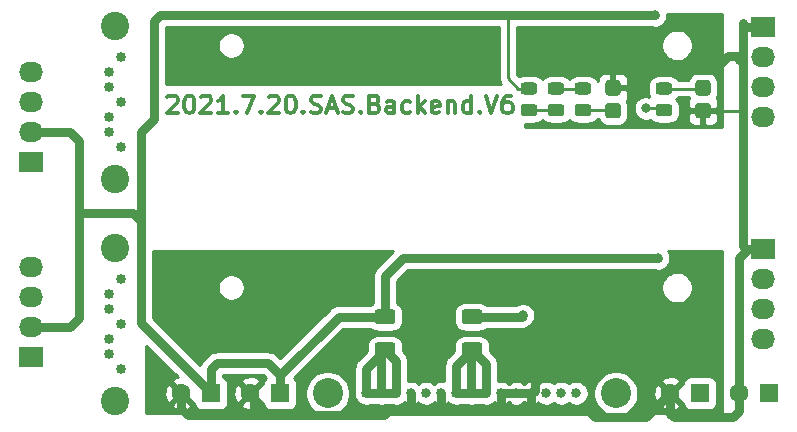
<source format=gbr>
%TF.GenerationSoftware,KiCad,Pcbnew,(5.1.10)-1*%
%TF.CreationDate,2021-07-20T23:53:58+08:00*%
%TF.ProjectId,2.5_SAS_Backend,322e355f-5341-4535-9f42-61636b656e64,rev?*%
%TF.SameCoordinates,Original*%
%TF.FileFunction,Copper,L1,Top*%
%TF.FilePolarity,Positive*%
%FSLAX46Y46*%
G04 Gerber Fmt 4.6, Leading zero omitted, Abs format (unit mm)*
G04 Created by KiCad (PCBNEW (5.1.10)-1) date 2021-07-20 23:53:58*
%MOMM*%
%LPD*%
G01*
G04 APERTURE LIST*
%TA.AperFunction,NonConductor*%
%ADD10C,0.300000*%
%TD*%
%TA.AperFunction,WasherPad*%
%ADD11C,2.400000*%
%TD*%
%TA.AperFunction,ComponentPad*%
%ADD12C,0.850000*%
%TD*%
%TA.AperFunction,ComponentPad*%
%ADD13C,0.840000*%
%TD*%
%TA.AperFunction,WasherPad*%
%ADD14C,2.540000*%
%TD*%
%TA.AperFunction,ComponentPad*%
%ADD15C,1.600000*%
%TD*%
%TA.AperFunction,ComponentPad*%
%ADD16R,1.600000X1.600000*%
%TD*%
%TA.AperFunction,ComponentPad*%
%ADD17R,2.030000X1.730000*%
%TD*%
%TA.AperFunction,ComponentPad*%
%ADD18O,2.030000X1.730000*%
%TD*%
%TA.AperFunction,ViaPad*%
%ADD19C,0.800000*%
%TD*%
%TA.AperFunction,Conductor*%
%ADD20C,0.750000*%
%TD*%
%TA.AperFunction,Conductor*%
%ADD21C,0.250000*%
%TD*%
%TA.AperFunction,Conductor*%
%ADD22C,0.254000*%
%TD*%
%TA.AperFunction,Conductor*%
%ADD23C,0.100000*%
%TD*%
G04 APERTURE END LIST*
D10*
X46352857Y-39199428D02*
X46424285Y-39128000D01*
X46567142Y-39056571D01*
X46924285Y-39056571D01*
X47067142Y-39128000D01*
X47138571Y-39199428D01*
X47210000Y-39342285D01*
X47210000Y-39485142D01*
X47138571Y-39699428D01*
X46281428Y-40556571D01*
X47210000Y-40556571D01*
X48138571Y-39056571D02*
X48281428Y-39056571D01*
X48424285Y-39128000D01*
X48495714Y-39199428D01*
X48567142Y-39342285D01*
X48638571Y-39628000D01*
X48638571Y-39985142D01*
X48567142Y-40270857D01*
X48495714Y-40413714D01*
X48424285Y-40485142D01*
X48281428Y-40556571D01*
X48138571Y-40556571D01*
X47995714Y-40485142D01*
X47924285Y-40413714D01*
X47852857Y-40270857D01*
X47781428Y-39985142D01*
X47781428Y-39628000D01*
X47852857Y-39342285D01*
X47924285Y-39199428D01*
X47995714Y-39128000D01*
X48138571Y-39056571D01*
X49210000Y-39199428D02*
X49281428Y-39128000D01*
X49424285Y-39056571D01*
X49781428Y-39056571D01*
X49924285Y-39128000D01*
X49995714Y-39199428D01*
X50067142Y-39342285D01*
X50067142Y-39485142D01*
X49995714Y-39699428D01*
X49138571Y-40556571D01*
X50067142Y-40556571D01*
X51495714Y-40556571D02*
X50638571Y-40556571D01*
X51067142Y-40556571D02*
X51067142Y-39056571D01*
X50924285Y-39270857D01*
X50781428Y-39413714D01*
X50638571Y-39485142D01*
X52138571Y-40413714D02*
X52210000Y-40485142D01*
X52138571Y-40556571D01*
X52067142Y-40485142D01*
X52138571Y-40413714D01*
X52138571Y-40556571D01*
X52710000Y-39056571D02*
X53710000Y-39056571D01*
X53067142Y-40556571D01*
X54281428Y-40413714D02*
X54352857Y-40485142D01*
X54281428Y-40556571D01*
X54210000Y-40485142D01*
X54281428Y-40413714D01*
X54281428Y-40556571D01*
X54924285Y-39199428D02*
X54995714Y-39128000D01*
X55138571Y-39056571D01*
X55495714Y-39056571D01*
X55638571Y-39128000D01*
X55710000Y-39199428D01*
X55781428Y-39342285D01*
X55781428Y-39485142D01*
X55710000Y-39699428D01*
X54852857Y-40556571D01*
X55781428Y-40556571D01*
X56710000Y-39056571D02*
X56852857Y-39056571D01*
X56995714Y-39128000D01*
X57067142Y-39199428D01*
X57138571Y-39342285D01*
X57210000Y-39628000D01*
X57210000Y-39985142D01*
X57138571Y-40270857D01*
X57067142Y-40413714D01*
X56995714Y-40485142D01*
X56852857Y-40556571D01*
X56710000Y-40556571D01*
X56567142Y-40485142D01*
X56495714Y-40413714D01*
X56424285Y-40270857D01*
X56352857Y-39985142D01*
X56352857Y-39628000D01*
X56424285Y-39342285D01*
X56495714Y-39199428D01*
X56567142Y-39128000D01*
X56710000Y-39056571D01*
X57852857Y-40413714D02*
X57924285Y-40485142D01*
X57852857Y-40556571D01*
X57781428Y-40485142D01*
X57852857Y-40413714D01*
X57852857Y-40556571D01*
X58495714Y-40485142D02*
X58710000Y-40556571D01*
X59067142Y-40556571D01*
X59210000Y-40485142D01*
X59281428Y-40413714D01*
X59352857Y-40270857D01*
X59352857Y-40128000D01*
X59281428Y-39985142D01*
X59210000Y-39913714D01*
X59067142Y-39842285D01*
X58781428Y-39770857D01*
X58638571Y-39699428D01*
X58567142Y-39628000D01*
X58495714Y-39485142D01*
X58495714Y-39342285D01*
X58567142Y-39199428D01*
X58638571Y-39128000D01*
X58781428Y-39056571D01*
X59138571Y-39056571D01*
X59352857Y-39128000D01*
X59924285Y-40128000D02*
X60638571Y-40128000D01*
X59781428Y-40556571D02*
X60281428Y-39056571D01*
X60781428Y-40556571D01*
X61210000Y-40485142D02*
X61424285Y-40556571D01*
X61781428Y-40556571D01*
X61924285Y-40485142D01*
X61995714Y-40413714D01*
X62067142Y-40270857D01*
X62067142Y-40128000D01*
X61995714Y-39985142D01*
X61924285Y-39913714D01*
X61781428Y-39842285D01*
X61495714Y-39770857D01*
X61352857Y-39699428D01*
X61281428Y-39628000D01*
X61210000Y-39485142D01*
X61210000Y-39342285D01*
X61281428Y-39199428D01*
X61352857Y-39128000D01*
X61495714Y-39056571D01*
X61852857Y-39056571D01*
X62067142Y-39128000D01*
X62710000Y-40413714D02*
X62781428Y-40485142D01*
X62710000Y-40556571D01*
X62638571Y-40485142D01*
X62710000Y-40413714D01*
X62710000Y-40556571D01*
X63924285Y-39770857D02*
X64138571Y-39842285D01*
X64210000Y-39913714D01*
X64281428Y-40056571D01*
X64281428Y-40270857D01*
X64210000Y-40413714D01*
X64138571Y-40485142D01*
X63995714Y-40556571D01*
X63424285Y-40556571D01*
X63424285Y-39056571D01*
X63924285Y-39056571D01*
X64067142Y-39128000D01*
X64138571Y-39199428D01*
X64210000Y-39342285D01*
X64210000Y-39485142D01*
X64138571Y-39628000D01*
X64067142Y-39699428D01*
X63924285Y-39770857D01*
X63424285Y-39770857D01*
X65567142Y-40556571D02*
X65567142Y-39770857D01*
X65495714Y-39628000D01*
X65352857Y-39556571D01*
X65067142Y-39556571D01*
X64924285Y-39628000D01*
X65567142Y-40485142D02*
X65424285Y-40556571D01*
X65067142Y-40556571D01*
X64924285Y-40485142D01*
X64852857Y-40342285D01*
X64852857Y-40199428D01*
X64924285Y-40056571D01*
X65067142Y-39985142D01*
X65424285Y-39985142D01*
X65567142Y-39913714D01*
X66924285Y-40485142D02*
X66781428Y-40556571D01*
X66495714Y-40556571D01*
X66352857Y-40485142D01*
X66281428Y-40413714D01*
X66210000Y-40270857D01*
X66210000Y-39842285D01*
X66281428Y-39699428D01*
X66352857Y-39628000D01*
X66495714Y-39556571D01*
X66781428Y-39556571D01*
X66924285Y-39628000D01*
X67567142Y-40556571D02*
X67567142Y-39056571D01*
X67710000Y-39985142D02*
X68138571Y-40556571D01*
X68138571Y-39556571D02*
X67567142Y-40128000D01*
X69352857Y-40485142D02*
X69210000Y-40556571D01*
X68924285Y-40556571D01*
X68781428Y-40485142D01*
X68710000Y-40342285D01*
X68710000Y-39770857D01*
X68781428Y-39628000D01*
X68924285Y-39556571D01*
X69210000Y-39556571D01*
X69352857Y-39628000D01*
X69424285Y-39770857D01*
X69424285Y-39913714D01*
X68710000Y-40056571D01*
X70067142Y-39556571D02*
X70067142Y-40556571D01*
X70067142Y-39699428D02*
X70138571Y-39628000D01*
X70281428Y-39556571D01*
X70495714Y-39556571D01*
X70638571Y-39628000D01*
X70710000Y-39770857D01*
X70710000Y-40556571D01*
X72067142Y-40556571D02*
X72067142Y-39056571D01*
X72067142Y-40485142D02*
X71924285Y-40556571D01*
X71638571Y-40556571D01*
X71495714Y-40485142D01*
X71424285Y-40413714D01*
X71352857Y-40270857D01*
X71352857Y-39842285D01*
X71424285Y-39699428D01*
X71495714Y-39628000D01*
X71638571Y-39556571D01*
X71924285Y-39556571D01*
X72067142Y-39628000D01*
X72781428Y-40413714D02*
X72852857Y-40485142D01*
X72781428Y-40556571D01*
X72710000Y-40485142D01*
X72781428Y-40413714D01*
X72781428Y-40556571D01*
X73281428Y-39056571D02*
X73781428Y-40556571D01*
X74281428Y-39056571D01*
X75424285Y-39056571D02*
X75138571Y-39056571D01*
X74995714Y-39128000D01*
X74924285Y-39199428D01*
X74781428Y-39413714D01*
X74710000Y-39699428D01*
X74710000Y-40270857D01*
X74781428Y-40413714D01*
X74852857Y-40485142D01*
X74995714Y-40556571D01*
X75281428Y-40556571D01*
X75424285Y-40485142D01*
X75495714Y-40413714D01*
X75567142Y-40270857D01*
X75567142Y-39913714D01*
X75495714Y-39770857D01*
X75424285Y-39699428D01*
X75281428Y-39628000D01*
X74995714Y-39628000D01*
X74852857Y-39699428D01*
X74781428Y-39770857D01*
X74710000Y-39913714D01*
%TO.P,D1,2*%
%TO.N,Net-(D1-Pad2)*%
%TA.AperFunction,SMDPad,CuDef*%
G36*
G01*
X92094001Y-39070000D02*
X91293999Y-39070000D01*
G75*
G02*
X91044000Y-38820001I0J249999D01*
G01*
X91044000Y-37994999D01*
G75*
G02*
X91293999Y-37745000I249999J0D01*
G01*
X92094001Y-37745000D01*
G75*
G02*
X92344000Y-37994999I0J-249999D01*
G01*
X92344000Y-38820001D01*
G75*
G02*
X92094001Y-39070000I-249999J0D01*
G01*
G37*
%TD.AperFunction*%
%TO.P,D1,1*%
%TO.N,GND*%
%TA.AperFunction,SMDPad,CuDef*%
G36*
G01*
X92094001Y-40995000D02*
X91293999Y-40995000D01*
G75*
G02*
X91044000Y-40745001I0J249999D01*
G01*
X91044000Y-39919999D01*
G75*
G02*
X91293999Y-39670000I249999J0D01*
G01*
X92094001Y-39670000D01*
G75*
G02*
X92344000Y-39919999I0J-249999D01*
G01*
X92344000Y-40745001D01*
G75*
G02*
X92094001Y-40995000I-249999J0D01*
G01*
G37*
%TD.AperFunction*%
%TD*%
%TO.P,R1,2*%
%TO.N,Net-(D1-Pad2)*%
%TA.AperFunction,SMDPad,CuDef*%
G36*
G01*
X88842002Y-38970000D02*
X87941998Y-38970000D01*
G75*
G02*
X87692000Y-38720002I0J249998D01*
G01*
X87692000Y-38194998D01*
G75*
G02*
X87941998Y-37945000I249998J0D01*
G01*
X88842002Y-37945000D01*
G75*
G02*
X89092000Y-38194998I0J-249998D01*
G01*
X89092000Y-38720002D01*
G75*
G02*
X88842002Y-38970000I-249998J0D01*
G01*
G37*
%TD.AperFunction*%
%TO.P,R1,1*%
%TO.N,+5V*%
%TA.AperFunction,SMDPad,CuDef*%
G36*
G01*
X88842002Y-40795000D02*
X87941998Y-40795000D01*
G75*
G02*
X87692000Y-40545002I0J249998D01*
G01*
X87692000Y-40019998D01*
G75*
G02*
X87941998Y-39770000I249998J0D01*
G01*
X88842002Y-39770000D01*
G75*
G02*
X89092000Y-40019998I0J-249998D01*
G01*
X89092000Y-40545002D01*
G75*
G02*
X88842002Y-40795000I-249998J0D01*
G01*
G37*
%TD.AperFunction*%
%TD*%
%TO.P,F2,2*%
%TO.N,Net-(F2-Pad2)*%
%TA.AperFunction,SMDPad,CuDef*%
G36*
G01*
X71511000Y-59957000D02*
X72761000Y-59957000D01*
G75*
G02*
X73011000Y-60207000I0J-250000D01*
G01*
X73011000Y-60957000D01*
G75*
G02*
X72761000Y-61207000I-250000J0D01*
G01*
X71511000Y-61207000D01*
G75*
G02*
X71261000Y-60957000I0J250000D01*
G01*
X71261000Y-60207000D01*
G75*
G02*
X71511000Y-59957000I250000J0D01*
G01*
G37*
%TD.AperFunction*%
%TO.P,F2,1*%
%TO.N,+5V*%
%TA.AperFunction,SMDPad,CuDef*%
G36*
G01*
X71511000Y-57157000D02*
X72761000Y-57157000D01*
G75*
G02*
X73011000Y-57407000I0J-250000D01*
G01*
X73011000Y-58157000D01*
G75*
G02*
X72761000Y-58407000I-250000J0D01*
G01*
X71511000Y-58407000D01*
G75*
G02*
X71261000Y-58157000I0J250000D01*
G01*
X71261000Y-57407000D01*
G75*
G02*
X71511000Y-57157000I250000J0D01*
G01*
G37*
%TD.AperFunction*%
%TD*%
%TO.P,F1,2*%
%TO.N,Net-(F1-Pad2)*%
%TA.AperFunction,SMDPad,CuDef*%
G36*
G01*
X64145000Y-59957000D02*
X65395000Y-59957000D01*
G75*
G02*
X65645000Y-60207000I0J-250000D01*
G01*
X65645000Y-60957000D01*
G75*
G02*
X65395000Y-61207000I-250000J0D01*
G01*
X64145000Y-61207000D01*
G75*
G02*
X63895000Y-60957000I0J250000D01*
G01*
X63895000Y-60207000D01*
G75*
G02*
X64145000Y-59957000I250000J0D01*
G01*
G37*
%TD.AperFunction*%
%TO.P,F1,1*%
%TO.N,+12V*%
%TA.AperFunction,SMDPad,CuDef*%
G36*
G01*
X64145000Y-57157000D02*
X65395000Y-57157000D01*
G75*
G02*
X65645000Y-57407000I0J-250000D01*
G01*
X65645000Y-58157000D01*
G75*
G02*
X65395000Y-58407000I-250000J0D01*
G01*
X64145000Y-58407000D01*
G75*
G02*
X63895000Y-58157000I0J250000D01*
G01*
X63895000Y-57407000D01*
G75*
G02*
X64145000Y-57157000I250000J0D01*
G01*
G37*
%TD.AperFunction*%
%TD*%
%TO.P,R4,2*%
%TO.N,Net-(R3-Pad1)*%
%TA.AperFunction,SMDPad,CuDef*%
G36*
G01*
X81984002Y-38970000D02*
X81083998Y-38970000D01*
G75*
G02*
X80834000Y-38720002I0J249998D01*
G01*
X80834000Y-38194998D01*
G75*
G02*
X81083998Y-37945000I249998J0D01*
G01*
X81984002Y-37945000D01*
G75*
G02*
X82234000Y-38194998I0J-249998D01*
G01*
X82234000Y-38720002D01*
G75*
G02*
X81984002Y-38970000I-249998J0D01*
G01*
G37*
%TD.AperFunction*%
%TO.P,R4,1*%
%TO.N,Net-(D2-Pad2)*%
%TA.AperFunction,SMDPad,CuDef*%
G36*
G01*
X81984002Y-40795000D02*
X81083998Y-40795000D01*
G75*
G02*
X80834000Y-40545002I0J249998D01*
G01*
X80834000Y-40019998D01*
G75*
G02*
X81083998Y-39770000I249998J0D01*
G01*
X81984002Y-39770000D01*
G75*
G02*
X82234000Y-40019998I0J-249998D01*
G01*
X82234000Y-40545002D01*
G75*
G02*
X81984002Y-40795000I-249998J0D01*
G01*
G37*
%TD.AperFunction*%
%TD*%
%TO.P,R3,2*%
%TO.N,Net-(R2-Pad1)*%
%TA.AperFunction,SMDPad,CuDef*%
G36*
G01*
X78797998Y-39770000D02*
X79698002Y-39770000D01*
G75*
G02*
X79948000Y-40019998I0J-249998D01*
G01*
X79948000Y-40545002D01*
G75*
G02*
X79698002Y-40795000I-249998J0D01*
G01*
X78797998Y-40795000D01*
G75*
G02*
X78548000Y-40545002I0J249998D01*
G01*
X78548000Y-40019998D01*
G75*
G02*
X78797998Y-39770000I249998J0D01*
G01*
G37*
%TD.AperFunction*%
%TO.P,R3,1*%
%TO.N,Net-(R3-Pad1)*%
%TA.AperFunction,SMDPad,CuDef*%
G36*
G01*
X78797998Y-37945000D02*
X79698002Y-37945000D01*
G75*
G02*
X79948000Y-38194998I0J-249998D01*
G01*
X79948000Y-38720002D01*
G75*
G02*
X79698002Y-38970000I-249998J0D01*
G01*
X78797998Y-38970000D01*
G75*
G02*
X78548000Y-38720002I0J249998D01*
G01*
X78548000Y-38194998D01*
G75*
G02*
X78797998Y-37945000I249998J0D01*
G01*
G37*
%TD.AperFunction*%
%TD*%
%TO.P,R2,2*%
%TO.N,+12V*%
%TA.AperFunction,SMDPad,CuDef*%
G36*
G01*
X77412002Y-38970000D02*
X76511998Y-38970000D01*
G75*
G02*
X76262000Y-38720002I0J249998D01*
G01*
X76262000Y-38194998D01*
G75*
G02*
X76511998Y-37945000I249998J0D01*
G01*
X77412002Y-37945000D01*
G75*
G02*
X77662000Y-38194998I0J-249998D01*
G01*
X77662000Y-38720002D01*
G75*
G02*
X77412002Y-38970000I-249998J0D01*
G01*
G37*
%TD.AperFunction*%
%TO.P,R2,1*%
%TO.N,Net-(R2-Pad1)*%
%TA.AperFunction,SMDPad,CuDef*%
G36*
G01*
X77412002Y-40795000D02*
X76511998Y-40795000D01*
G75*
G02*
X76262000Y-40545002I0J249998D01*
G01*
X76262000Y-40019998D01*
G75*
G02*
X76511998Y-39770000I249998J0D01*
G01*
X77412002Y-39770000D01*
G75*
G02*
X77662000Y-40019998I0J-249998D01*
G01*
X77662000Y-40545002D01*
G75*
G02*
X77412002Y-40795000I-249998J0D01*
G01*
G37*
%TD.AperFunction*%
%TD*%
%TO.P,D2,2*%
%TO.N,Net-(D2-Pad2)*%
%TA.AperFunction,SMDPad,CuDef*%
G36*
G01*
X83673999Y-39670000D02*
X84474001Y-39670000D01*
G75*
G02*
X84724000Y-39919999I0J-249999D01*
G01*
X84724000Y-40745001D01*
G75*
G02*
X84474001Y-40995000I-249999J0D01*
G01*
X83673999Y-40995000D01*
G75*
G02*
X83424000Y-40745001I0J249999D01*
G01*
X83424000Y-39919999D01*
G75*
G02*
X83673999Y-39670000I249999J0D01*
G01*
G37*
%TD.AperFunction*%
%TO.P,D2,1*%
%TO.N,GND*%
%TA.AperFunction,SMDPad,CuDef*%
G36*
G01*
X83673999Y-37745000D02*
X84474001Y-37745000D01*
G75*
G02*
X84724000Y-37994999I0J-249999D01*
G01*
X84724000Y-38820001D01*
G75*
G02*
X84474001Y-39070000I-249999J0D01*
G01*
X83673999Y-39070000D01*
G75*
G02*
X83424000Y-38820001I0J249999D01*
G01*
X83424000Y-37994999D01*
G75*
G02*
X83673999Y-37745000I249999J0D01*
G01*
G37*
%TD.AperFunction*%
%TD*%
D11*
%TO.P,U5,*%
%TO.N,*%
X41910000Y-51950000D03*
X41910000Y-64890000D03*
D12*
%TO.P,U5,1*%
%TO.N,GND*%
X42410000Y-54610000D03*
%TO.P,U5,2*%
%TO.N,/S2_TXD_P*%
X41410000Y-55880000D03*
%TO.P,U5,3*%
%TO.N,/S2_TXD_N*%
X41410000Y-57150000D03*
%TO.P,U5,4*%
%TO.N,GND*%
X42410000Y-58420000D03*
%TO.P,U5,5*%
%TO.N,/S2_RXD_N*%
X41410000Y-59690000D03*
%TO.P,U5,6*%
%TO.N,/S2_RXD_P*%
X41410000Y-60960000D03*
%TO.P,U5,7*%
%TO.N,GND*%
X42410000Y-62230000D03*
%TD*%
D11*
%TO.P,U3,*%
%TO.N,*%
X41910000Y-33154000D03*
X41910000Y-46094000D03*
D12*
%TO.P,U3,1*%
%TO.N,GND*%
X42410000Y-35814000D03*
%TO.P,U3,2*%
%TO.N,/S1_TXD_P*%
X41410000Y-37084000D03*
%TO.P,U3,3*%
%TO.N,/S1_TXD_N*%
X41410000Y-38354000D03*
%TO.P,U3,4*%
%TO.N,GND*%
X42410000Y-39624000D03*
%TO.P,U3,5*%
%TO.N,/S1_RXD_N*%
X41410000Y-40894000D03*
%TO.P,U3,6*%
%TO.N,/S1_RXD_P*%
X41410000Y-42164000D03*
%TO.P,U3,7*%
%TO.N,GND*%
X42410000Y-43434000D03*
%TD*%
D13*
%TO.P,U2,14*%
%TO.N,Net-(F1-Pad2)*%
X64458000Y-64262000D03*
%TO.P,U2,13*%
X65728000Y-64262000D03*
%TO.P,U2,15*%
X63188000Y-64262000D03*
%TO.P,U2,10*%
%TO.N,GND*%
X69538000Y-64262000D03*
%TO.P,U2,12*%
X66998000Y-64262000D03*
%TO.P,U2,11*%
%TO.N,N/C*%
X68268000Y-64262000D03*
%TO.P,U2,9*%
%TO.N,Net-(F2-Pad2)*%
X70808000Y-64262000D03*
%TO.P,U2,8*%
X72078000Y-64262000D03*
%TO.P,U2,7*%
X73348000Y-64262000D03*
%TO.P,U2,6*%
%TO.N,GND*%
X74618000Y-64262000D03*
%TO.P,U2,5*%
X75888000Y-64262000D03*
%TO.P,U2,4*%
X77158000Y-64262000D03*
%TO.P,U2,3*%
%TO.N,N/C*%
X78428000Y-64262000D03*
%TO.P,U2,2*%
X79698000Y-64262000D03*
%TO.P,U2,1*%
X80968000Y-64262000D03*
D14*
%TO.P,U2,*%
%TO.N,*%
X59918600Y-64262000D03*
X84328000Y-64262000D03*
%TD*%
D15*
%TO.P,5V_C2,2*%
%TO.N,GND*%
X88940000Y-64262000D03*
D16*
%TO.P,5V_C2,1*%
%TO.N,+5V*%
X91440000Y-64262000D03*
%TD*%
D15*
%TO.P,12V_C3,2*%
%TO.N,GND*%
X47538000Y-64262000D03*
D16*
%TO.P,12V_C3,1*%
%TO.N,+12V*%
X50038000Y-64262000D03*
%TD*%
D15*
%TO.P,12V_C4,2*%
%TO.N,GND*%
X53380000Y-64262000D03*
D16*
%TO.P,12V_C4,1*%
%TO.N,+12V*%
X55880000Y-64262000D03*
%TD*%
D17*
%TO.P,M1,1*%
%TO.N,GND*%
X96774000Y-52070000D03*
D18*
%TO.P,M1,2*%
%TO.N,+5V*%
X96774000Y-54610000D03*
%TO.P,M1,3*%
%TO.N,N/C*%
X96774000Y-57150000D03*
%TO.P,M1,4*%
X96774000Y-59690000D03*
%TD*%
D17*
%TO.P,M2,1*%
%TO.N,GND*%
X96774000Y-33274000D03*
D18*
%TO.P,M2,2*%
%TO.N,+5V*%
X96774000Y-35814000D03*
%TO.P,M2,3*%
%TO.N,N/C*%
X96774000Y-38354000D03*
%TO.P,M2,4*%
X96774000Y-40894000D03*
%TD*%
D17*
%TO.P,M3,1*%
%TO.N,GND*%
X34798000Y-44704000D03*
D18*
%TO.P,M3,2*%
%TO.N,+12V*%
X34798000Y-42164000D03*
%TO.P,M3,3*%
%TO.N,N/C*%
X34798000Y-39624000D03*
%TO.P,M3,4*%
X34798000Y-37084000D03*
%TD*%
D17*
%TO.P,M4,1*%
%TO.N,GND*%
X34798000Y-61214000D03*
D18*
%TO.P,M4,2*%
%TO.N,+12V*%
X34798000Y-58674000D03*
%TO.P,M4,3*%
%TO.N,N/C*%
X34798000Y-56134000D03*
%TO.P,M4,4*%
X34798000Y-53594000D03*
%TD*%
D15*
%TO.P,5V_C1,2*%
%TO.N,GND*%
X94782000Y-64262000D03*
D16*
%TO.P,5V_C1,1*%
%TO.N,+5V*%
X97282000Y-64262000D03*
%TD*%
D19*
%TO.N,+12V*%
X87884000Y-52832000D03*
X87630000Y-32258000D03*
%TO.N,GND*%
X75184000Y-55880000D03*
X80264000Y-55880000D03*
X77470000Y-35306000D03*
X81788000Y-35306000D03*
X72644000Y-36576000D03*
X51562000Y-52578000D03*
%TO.N,+5V*%
X76454000Y-57658000D03*
X86868000Y-40132000D03*
%TD*%
D20*
%TO.N,+12V*%
X50038000Y-64262000D02*
X50038000Y-62230000D01*
X50038000Y-62230000D02*
X50546000Y-61722000D01*
X50546000Y-61722000D02*
X54864000Y-61722000D01*
X55880000Y-62738000D02*
X55880000Y-64262000D01*
X54864000Y-61722000D02*
X55880000Y-62738000D01*
X44103990Y-58327990D02*
X44103990Y-49691990D01*
X50038000Y-64262000D02*
X44103990Y-58327990D01*
X44103990Y-49691990D02*
X43434000Y-49022000D01*
X43434000Y-49022000D02*
X39116000Y-49022000D01*
X39116000Y-49022000D02*
X38862000Y-48768000D01*
X38862000Y-48768000D02*
X38862000Y-42926000D01*
X38100000Y-42164000D02*
X34798000Y-42164000D01*
X38862000Y-42926000D02*
X38100000Y-42164000D01*
X38862000Y-48768000D02*
X38862000Y-57912000D01*
X38100000Y-58674000D02*
X34798000Y-58674000D01*
X38862000Y-57912000D02*
X38100000Y-58674000D01*
X60836000Y-57782000D02*
X55880000Y-62738000D01*
X64770000Y-57782000D02*
X60836000Y-57782000D01*
X64770000Y-57782000D02*
X64770000Y-54356000D01*
X66294000Y-52832000D02*
X87884000Y-52832000D01*
X64770000Y-54356000D02*
X66294000Y-52832000D01*
X44103990Y-42169468D02*
X45212000Y-41061458D01*
X44103990Y-49691990D02*
X44103990Y-42169468D01*
X45212000Y-41061458D02*
X45212000Y-32766000D01*
X45212000Y-32766000D02*
X45720000Y-32258000D01*
D21*
X76962000Y-38457500D02*
X76049500Y-38457500D01*
X75184000Y-37592000D02*
X75184000Y-32258000D01*
X76049500Y-38457500D02*
X75184000Y-37592000D01*
D20*
X75184000Y-32258000D02*
X87630000Y-32258000D01*
X45720000Y-32258000D02*
X75184000Y-32258000D01*
%TO.N,GND*%
X66998000Y-64262000D02*
X66998000Y-65474000D01*
X66998000Y-65474000D02*
X67310000Y-65786000D01*
X67310000Y-65786000D02*
X69342000Y-65786000D01*
X69538000Y-65590000D02*
X69538000Y-64262000D01*
X69342000Y-65786000D02*
X69538000Y-65590000D01*
X74618000Y-65728000D02*
X74618000Y-64262000D01*
X74676000Y-65786000D02*
X74618000Y-65728000D01*
X69342000Y-65786000D02*
X74676000Y-65786000D01*
X74618000Y-64262000D02*
X75888000Y-64262000D01*
X75888000Y-64262000D02*
X77158000Y-64262000D01*
X74676000Y-65786000D02*
X77216000Y-65786000D01*
X77158000Y-65728000D02*
X77158000Y-64262000D01*
X77216000Y-65786000D02*
X77158000Y-65728000D01*
X77216000Y-65786000D02*
X82042000Y-65786000D01*
X82042000Y-65786000D02*
X82550000Y-66294000D01*
X86908000Y-66294000D02*
X88940000Y-64262000D01*
X82550000Y-66294000D02*
X86908000Y-66294000D01*
X65024000Y-65786000D02*
X64702999Y-66107001D01*
X67310000Y-65786000D02*
X65024000Y-65786000D01*
X47538000Y-65572000D02*
X47538000Y-64262000D01*
X48073001Y-66107001D02*
X47538000Y-65572000D01*
X75184000Y-55880000D02*
X80264000Y-55880000D01*
X77432999Y-64045001D02*
X77432999Y-61251001D01*
X77216000Y-64262000D02*
X77432999Y-64045001D01*
X77158000Y-64262000D02*
X77216000Y-64262000D01*
X80264000Y-58420000D02*
X80264000Y-55880000D01*
X77432999Y-61251001D02*
X80264000Y-58420000D01*
X53661001Y-64543001D02*
X53380000Y-64262000D01*
X53661001Y-66107001D02*
X53661001Y-64543001D01*
X64702999Y-66107001D02*
X53661001Y-66107001D01*
X53661001Y-66107001D02*
X48073001Y-66107001D01*
X88940000Y-64262000D02*
X88940000Y-65987990D01*
X88940000Y-65987990D02*
X89246010Y-66294000D01*
X89246010Y-66294000D02*
X94234000Y-66294000D01*
X94782000Y-65746000D02*
X94782000Y-64262000D01*
X94234000Y-66294000D02*
X94782000Y-65746000D01*
X94782000Y-64262000D02*
X94782000Y-52792000D01*
X95504000Y-52070000D02*
X96774000Y-52070000D01*
X94782000Y-52792000D02*
X95504000Y-52070000D01*
X95347478Y-52070000D02*
X95088010Y-51810532D01*
X96774000Y-52070000D02*
X95347478Y-52070000D01*
X95250000Y-33274000D02*
X95088010Y-33435990D01*
X96774000Y-33274000D02*
X95250000Y-33274000D01*
X95088010Y-33435990D02*
X95088010Y-32927990D01*
X77470000Y-35306000D02*
X81788000Y-35306000D01*
X81788000Y-35306000D02*
X82567001Y-36085001D01*
X94724999Y-36085001D02*
X95088010Y-35721990D01*
X95088010Y-35721990D02*
X95088010Y-33435990D01*
D21*
X94942500Y-40332500D02*
X95088010Y-40478010D01*
X91694000Y-40332500D02*
X94942500Y-40332500D01*
D20*
X95088010Y-40478010D02*
X95088010Y-35721990D01*
X95088010Y-51810532D02*
X95088010Y-40478010D01*
D21*
X84074000Y-36576000D02*
X83583001Y-36085001D01*
X84074000Y-38407500D02*
X84074000Y-36576000D01*
D20*
X82567001Y-36085001D02*
X83583001Y-36085001D01*
X93818010Y-35721990D02*
X92710000Y-36830000D01*
X95088010Y-35721990D02*
X93818010Y-35721990D01*
X92710000Y-36830000D02*
X85852000Y-36830000D01*
X85107001Y-36085001D02*
X83583001Y-36085001D01*
X85852000Y-36830000D02*
X85107001Y-36085001D01*
%TO.N,+5V*%
X76330000Y-57782000D02*
X76454000Y-57658000D01*
X72136000Y-57782000D02*
X76330000Y-57782000D01*
D21*
X88241500Y-40132000D02*
X88392000Y-40282500D01*
X86868000Y-40132000D02*
X88241500Y-40132000D01*
%TO.N,Net-(D1-Pad2)*%
X91644000Y-38457500D02*
X91694000Y-38407500D01*
X88392000Y-38457500D02*
X91644000Y-38457500D01*
%TO.N,Net-(D2-Pad2)*%
X84024000Y-40282500D02*
X84074000Y-40332500D01*
X81534000Y-40282500D02*
X84024000Y-40282500D01*
%TO.N,Net-(R2-Pad1)*%
X76962000Y-40282500D02*
X79248000Y-40282500D01*
%TO.N,Net-(R3-Pad1)*%
X79248000Y-38457500D02*
X81534000Y-38457500D01*
D20*
%TO.N,Net-(F1-Pad2)*%
X63188000Y-64262000D02*
X64458000Y-64262000D01*
X64458000Y-64262000D02*
X65728000Y-64262000D01*
X64458000Y-60894000D02*
X64770000Y-60582000D01*
X64458000Y-64262000D02*
X64458000Y-60894000D01*
X63188000Y-62164000D02*
X64770000Y-60582000D01*
X63188000Y-64262000D02*
X63188000Y-62164000D01*
X65728000Y-61540000D02*
X64770000Y-60582000D01*
X65728000Y-64262000D02*
X65728000Y-61540000D01*
%TO.N,Net-(F2-Pad2)*%
X70808000Y-64262000D02*
X72078000Y-64262000D01*
X72078000Y-64262000D02*
X73348000Y-64262000D01*
X70808000Y-61910000D02*
X72136000Y-60582000D01*
X70808000Y-64262000D02*
X70808000Y-61910000D01*
X72078000Y-60640000D02*
X72136000Y-60582000D01*
X72078000Y-64262000D02*
X72078000Y-60640000D01*
X73348000Y-61794000D02*
X72136000Y-60582000D01*
X73348000Y-64262000D02*
X73348000Y-61794000D01*
%TD*%
D22*
%TO.N,GND*%
X93345000Y-64267250D02*
X93341783Y-64332512D01*
X93345000Y-64354224D01*
X93345000Y-65913000D01*
X85286013Y-65913000D01*
X85542366Y-65741710D01*
X85807710Y-65476366D01*
X85955821Y-65254702D01*
X88126903Y-65254702D01*
X88198486Y-65498671D01*
X88453996Y-65619571D01*
X88728184Y-65688300D01*
X89010512Y-65702217D01*
X89290130Y-65660787D01*
X89556292Y-65565603D01*
X89681514Y-65498671D01*
X89753097Y-65254702D01*
X88940000Y-64441605D01*
X88126903Y-65254702D01*
X85955821Y-65254702D01*
X86016189Y-65164356D01*
X86159791Y-64817668D01*
X86233000Y-64449626D01*
X86233000Y-64332512D01*
X87499783Y-64332512D01*
X87541213Y-64612130D01*
X87636397Y-64878292D01*
X87703329Y-65003514D01*
X87947298Y-65075097D01*
X88760395Y-64262000D01*
X89119605Y-64262000D01*
X89932702Y-65075097D01*
X90001928Y-65054785D01*
X90001928Y-65062000D01*
X90014188Y-65186482D01*
X90050498Y-65306180D01*
X90109463Y-65416494D01*
X90188815Y-65513185D01*
X90285506Y-65592537D01*
X90395820Y-65651502D01*
X90515518Y-65687812D01*
X90640000Y-65700072D01*
X92240000Y-65700072D01*
X92364482Y-65687812D01*
X92484180Y-65651502D01*
X92594494Y-65592537D01*
X92691185Y-65513185D01*
X92770537Y-65416494D01*
X92829502Y-65306180D01*
X92865812Y-65186482D01*
X92878072Y-65062000D01*
X92878072Y-63462000D01*
X92865812Y-63337518D01*
X92829502Y-63217820D01*
X92770537Y-63107506D01*
X92691185Y-63010815D01*
X92594494Y-62931463D01*
X92484180Y-62872498D01*
X92364482Y-62836188D01*
X92240000Y-62823928D01*
X90640000Y-62823928D01*
X90515518Y-62836188D01*
X90395820Y-62872498D01*
X90285506Y-62931463D01*
X90188815Y-63010815D01*
X90109463Y-63107506D01*
X90050498Y-63217820D01*
X90014188Y-63337518D01*
X90001928Y-63462000D01*
X90001928Y-63469215D01*
X89932702Y-63448903D01*
X89119605Y-64262000D01*
X88760395Y-64262000D01*
X87947298Y-63448903D01*
X87703329Y-63520486D01*
X87582429Y-63775996D01*
X87513700Y-64050184D01*
X87499783Y-64332512D01*
X86233000Y-64332512D01*
X86233000Y-64074374D01*
X86159791Y-63706332D01*
X86016189Y-63359644D01*
X85955822Y-63269298D01*
X88126903Y-63269298D01*
X88940000Y-64082395D01*
X89753097Y-63269298D01*
X89681514Y-63025329D01*
X89426004Y-62904429D01*
X89151816Y-62835700D01*
X88869488Y-62821783D01*
X88589870Y-62863213D01*
X88323708Y-62958397D01*
X88198486Y-63025329D01*
X88126903Y-63269298D01*
X85955822Y-63269298D01*
X85807710Y-63047634D01*
X85542366Y-62782290D01*
X85230356Y-62573811D01*
X84883668Y-62430209D01*
X84515626Y-62357000D01*
X84140374Y-62357000D01*
X83772332Y-62430209D01*
X83425644Y-62573811D01*
X83113634Y-62782290D01*
X82848290Y-63047634D01*
X82639811Y-63359644D01*
X82496209Y-63706332D01*
X82423000Y-64074374D01*
X82423000Y-64449626D01*
X82496209Y-64817668D01*
X82639811Y-65164356D01*
X82848290Y-65476366D01*
X83113634Y-65741710D01*
X83369987Y-65913000D01*
X60876613Y-65913000D01*
X61132966Y-65741710D01*
X61398310Y-65476366D01*
X61606789Y-65164356D01*
X61750391Y-64817668D01*
X61823600Y-64449626D01*
X61823600Y-64158092D01*
X62133000Y-64158092D01*
X62133000Y-64365908D01*
X62173543Y-64569732D01*
X62253071Y-64761730D01*
X62368528Y-64934523D01*
X62515477Y-65081472D01*
X62688270Y-65196929D01*
X62880268Y-65276457D01*
X63084092Y-65317000D01*
X63291908Y-65317000D01*
X63495732Y-65276457D01*
X63506492Y-65272000D01*
X64139508Y-65272000D01*
X64150268Y-65276457D01*
X64354092Y-65317000D01*
X64561908Y-65317000D01*
X64765732Y-65276457D01*
X64776492Y-65272000D01*
X65409508Y-65272000D01*
X65420268Y-65276457D01*
X65624092Y-65317000D01*
X65831908Y-65317000D01*
X66035732Y-65276457D01*
X66227730Y-65196929D01*
X66400523Y-65081472D01*
X66461459Y-65020536D01*
X66482119Y-65188115D01*
X66672708Y-65270963D01*
X66875796Y-65315038D01*
X67083582Y-65318645D01*
X67288079Y-65281646D01*
X67481428Y-65205462D01*
X67513881Y-65188115D01*
X67534541Y-65020536D01*
X67595477Y-65081472D01*
X67768270Y-65196929D01*
X67960268Y-65276457D01*
X68164092Y-65317000D01*
X68371908Y-65317000D01*
X68575732Y-65276457D01*
X68767730Y-65196929D01*
X68940523Y-65081472D01*
X69001459Y-65020536D01*
X69022119Y-65188115D01*
X69212708Y-65270963D01*
X69415796Y-65315038D01*
X69623582Y-65318645D01*
X69828079Y-65281646D01*
X70021428Y-65205462D01*
X70053881Y-65188115D01*
X70074541Y-65020536D01*
X70135477Y-65081472D01*
X70308270Y-65196929D01*
X70500268Y-65276457D01*
X70704092Y-65317000D01*
X70911908Y-65317000D01*
X71115732Y-65276457D01*
X71126492Y-65272000D01*
X71759508Y-65272000D01*
X71770268Y-65276457D01*
X71974092Y-65317000D01*
X72181908Y-65317000D01*
X72385732Y-65276457D01*
X72396492Y-65272000D01*
X73029508Y-65272000D01*
X73040268Y-65276457D01*
X73244092Y-65317000D01*
X73451908Y-65317000D01*
X73655732Y-65276457D01*
X73847730Y-65196929D01*
X74020523Y-65081472D01*
X74081459Y-65020536D01*
X74102119Y-65188115D01*
X74292708Y-65270963D01*
X74495796Y-65315038D01*
X74703582Y-65318645D01*
X74908079Y-65281646D01*
X75101428Y-65205462D01*
X75133881Y-65188115D01*
X75153844Y-65026190D01*
X75228631Y-65100977D01*
X75253000Y-65076608D01*
X75277369Y-65100977D01*
X75352156Y-65026190D01*
X75372119Y-65188115D01*
X75562708Y-65270963D01*
X75765796Y-65315038D01*
X75973582Y-65318645D01*
X76178079Y-65281646D01*
X76371428Y-65205462D01*
X76403881Y-65188115D01*
X76423844Y-65026190D01*
X76498631Y-65100977D01*
X76523000Y-65076608D01*
X76547369Y-65100977D01*
X76622156Y-65026190D01*
X76642119Y-65188115D01*
X76832708Y-65270963D01*
X77035796Y-65315038D01*
X77243582Y-65318645D01*
X77448079Y-65281646D01*
X77641428Y-65205462D01*
X77673881Y-65188115D01*
X77694541Y-65020536D01*
X77755477Y-65081472D01*
X77928270Y-65196929D01*
X78120268Y-65276457D01*
X78324092Y-65317000D01*
X78531908Y-65317000D01*
X78735732Y-65276457D01*
X78927730Y-65196929D01*
X79063000Y-65106544D01*
X79198270Y-65196929D01*
X79390268Y-65276457D01*
X79594092Y-65317000D01*
X79801908Y-65317000D01*
X80005732Y-65276457D01*
X80197730Y-65196929D01*
X80333000Y-65106544D01*
X80468270Y-65196929D01*
X80660268Y-65276457D01*
X80864092Y-65317000D01*
X81071908Y-65317000D01*
X81275732Y-65276457D01*
X81467730Y-65196929D01*
X81640523Y-65081472D01*
X81787472Y-64934523D01*
X81902929Y-64761730D01*
X81982457Y-64569732D01*
X82023000Y-64365908D01*
X82023000Y-64158092D01*
X81982457Y-63954268D01*
X81902929Y-63762270D01*
X81787472Y-63589477D01*
X81640523Y-63442528D01*
X81467730Y-63327071D01*
X81275732Y-63247543D01*
X81071908Y-63207000D01*
X80864092Y-63207000D01*
X80660268Y-63247543D01*
X80468270Y-63327071D01*
X80333000Y-63417456D01*
X80197730Y-63327071D01*
X80005732Y-63247543D01*
X79801908Y-63207000D01*
X79594092Y-63207000D01*
X79390268Y-63247543D01*
X79198270Y-63327071D01*
X79063000Y-63417456D01*
X78927730Y-63327071D01*
X78735732Y-63247543D01*
X78531908Y-63207000D01*
X78324092Y-63207000D01*
X78120268Y-63247543D01*
X77928270Y-63327071D01*
X77755477Y-63442528D01*
X77694541Y-63503464D01*
X77673881Y-63335885D01*
X77483292Y-63253037D01*
X77280204Y-63208962D01*
X77072418Y-63205355D01*
X76867921Y-63242354D01*
X76674572Y-63318538D01*
X76642119Y-63335885D01*
X76622156Y-63497810D01*
X76547369Y-63423023D01*
X76523000Y-63447392D01*
X76498631Y-63423023D01*
X76423844Y-63497810D01*
X76403881Y-63335885D01*
X76213292Y-63253037D01*
X76010204Y-63208962D01*
X75802418Y-63205355D01*
X75597921Y-63242354D01*
X75404572Y-63318538D01*
X75372119Y-63335885D01*
X75352156Y-63497810D01*
X75277369Y-63423023D01*
X75253000Y-63447392D01*
X75228631Y-63423023D01*
X75153844Y-63497810D01*
X75133881Y-63335885D01*
X74943292Y-63253037D01*
X74740204Y-63208962D01*
X74532418Y-63205355D01*
X74358000Y-63236912D01*
X74358000Y-61843608D01*
X74362886Y-61794000D01*
X74343385Y-61596005D01*
X74285632Y-61405620D01*
X74227493Y-61296850D01*
X74191847Y-61230160D01*
X74065633Y-61076367D01*
X74027099Y-61044743D01*
X73649072Y-60666716D01*
X73649072Y-60207000D01*
X73632008Y-60033746D01*
X73581472Y-59867150D01*
X73499405Y-59713614D01*
X73388962Y-59579038D01*
X73254386Y-59468595D01*
X73100850Y-59386528D01*
X72934254Y-59335992D01*
X72761000Y-59318928D01*
X71511000Y-59318928D01*
X71337746Y-59335992D01*
X71171150Y-59386528D01*
X71017614Y-59468595D01*
X70883038Y-59579038D01*
X70772595Y-59713614D01*
X70690528Y-59867150D01*
X70639992Y-60033746D01*
X70622928Y-60207000D01*
X70622928Y-60666717D01*
X70128901Y-61160744D01*
X70090368Y-61192367D01*
X70058745Y-61230900D01*
X70058744Y-61230901D01*
X69964154Y-61346160D01*
X69870368Y-61521621D01*
X69812615Y-61712006D01*
X69793114Y-61910000D01*
X69798001Y-61959617D01*
X69798000Y-63238867D01*
X69660204Y-63208962D01*
X69452418Y-63205355D01*
X69247921Y-63242354D01*
X69054572Y-63318538D01*
X69022119Y-63335885D01*
X69001459Y-63503464D01*
X68940523Y-63442528D01*
X68767730Y-63327071D01*
X68575732Y-63247543D01*
X68371908Y-63207000D01*
X68164092Y-63207000D01*
X67960268Y-63247543D01*
X67768270Y-63327071D01*
X67595477Y-63442528D01*
X67534541Y-63503464D01*
X67513881Y-63335885D01*
X67323292Y-63253037D01*
X67120204Y-63208962D01*
X66912418Y-63205355D01*
X66738000Y-63236912D01*
X66738000Y-61589608D01*
X66742886Y-61540000D01*
X66723385Y-61342005D01*
X66665632Y-61151620D01*
X66633761Y-61091994D01*
X66571847Y-60976160D01*
X66445633Y-60822367D01*
X66407099Y-60790743D01*
X66283072Y-60666716D01*
X66283072Y-60207000D01*
X66266008Y-60033746D01*
X66215472Y-59867150D01*
X66133405Y-59713614D01*
X66022962Y-59579038D01*
X65888386Y-59468595D01*
X65734850Y-59386528D01*
X65568254Y-59335992D01*
X65395000Y-59318928D01*
X64145000Y-59318928D01*
X63971746Y-59335992D01*
X63805150Y-59386528D01*
X63651614Y-59468595D01*
X63517038Y-59579038D01*
X63406595Y-59713614D01*
X63324528Y-59867150D01*
X63273992Y-60033746D01*
X63256928Y-60207000D01*
X63256928Y-60666717D01*
X62508901Y-61414744D01*
X62470368Y-61446367D01*
X62438745Y-61484900D01*
X62438744Y-61484901D01*
X62344154Y-61600160D01*
X62250368Y-61775621D01*
X62192615Y-61966006D01*
X62173114Y-62164000D01*
X62178001Y-62213617D01*
X62178000Y-63943507D01*
X62173543Y-63954268D01*
X62133000Y-64158092D01*
X61823600Y-64158092D01*
X61823600Y-64074374D01*
X61750391Y-63706332D01*
X61606789Y-63359644D01*
X61398310Y-63047634D01*
X61132966Y-62782290D01*
X60820956Y-62573811D01*
X60474268Y-62430209D01*
X60106226Y-62357000D01*
X59730974Y-62357000D01*
X59362932Y-62430209D01*
X59016244Y-62573811D01*
X58704234Y-62782290D01*
X58438890Y-63047634D01*
X58230411Y-63359644D01*
X58086809Y-63706332D01*
X58013600Y-64074374D01*
X58013600Y-64449626D01*
X58086809Y-64817668D01*
X58230411Y-65164356D01*
X58438890Y-65476366D01*
X58704234Y-65741710D01*
X58960587Y-65913000D01*
X44577000Y-65913000D01*
X44577000Y-65254702D01*
X46724903Y-65254702D01*
X46796486Y-65498671D01*
X47051996Y-65619571D01*
X47326184Y-65688300D01*
X47608512Y-65702217D01*
X47888130Y-65660787D01*
X48154292Y-65565603D01*
X48279514Y-65498671D01*
X48351097Y-65254702D01*
X47538000Y-64441605D01*
X46724903Y-65254702D01*
X44577000Y-65254702D01*
X44577000Y-64332512D01*
X46097783Y-64332512D01*
X46139213Y-64612130D01*
X46234397Y-64878292D01*
X46301329Y-65003514D01*
X46545298Y-65075097D01*
X47358395Y-64262000D01*
X46545298Y-63448903D01*
X46301329Y-63520486D01*
X46180429Y-63775996D01*
X46111700Y-64050184D01*
X46097783Y-64332512D01*
X44577000Y-64332512D01*
X44577000Y-60229355D01*
X47207891Y-62860246D01*
X47187870Y-62863213D01*
X46921708Y-62958397D01*
X46796486Y-63025329D01*
X46724903Y-63269298D01*
X47538000Y-64082395D01*
X47552143Y-64068253D01*
X47731748Y-64247858D01*
X47717605Y-64262000D01*
X48530702Y-65075097D01*
X48599928Y-65054785D01*
X48599928Y-65062000D01*
X48612188Y-65186482D01*
X48648498Y-65306180D01*
X48707463Y-65416494D01*
X48786815Y-65513185D01*
X48883506Y-65592537D01*
X48993820Y-65651502D01*
X49113518Y-65687812D01*
X49238000Y-65700072D01*
X50838000Y-65700072D01*
X50962482Y-65687812D01*
X51082180Y-65651502D01*
X51192494Y-65592537D01*
X51289185Y-65513185D01*
X51368537Y-65416494D01*
X51427502Y-65306180D01*
X51443117Y-65254702D01*
X52566903Y-65254702D01*
X52638486Y-65498671D01*
X52893996Y-65619571D01*
X53168184Y-65688300D01*
X53450512Y-65702217D01*
X53730130Y-65660787D01*
X53996292Y-65565603D01*
X54121514Y-65498671D01*
X54193097Y-65254702D01*
X53380000Y-64441605D01*
X52566903Y-65254702D01*
X51443117Y-65254702D01*
X51463812Y-65186482D01*
X51476072Y-65062000D01*
X51476072Y-64332512D01*
X51939783Y-64332512D01*
X51981213Y-64612130D01*
X52076397Y-64878292D01*
X52143329Y-65003514D01*
X52387298Y-65075097D01*
X53200395Y-64262000D01*
X52387298Y-63448903D01*
X52143329Y-63520486D01*
X52022429Y-63775996D01*
X51953700Y-64050184D01*
X51939783Y-64332512D01*
X51476072Y-64332512D01*
X51476072Y-63462000D01*
X51463812Y-63337518D01*
X51443118Y-63269298D01*
X52566903Y-63269298D01*
X53380000Y-64082395D01*
X54193097Y-63269298D01*
X54121514Y-63025329D01*
X53866004Y-62904429D01*
X53591816Y-62835700D01*
X53309488Y-62821783D01*
X53029870Y-62863213D01*
X52763708Y-62958397D01*
X52638486Y-63025329D01*
X52566903Y-63269298D01*
X51443118Y-63269298D01*
X51427502Y-63217820D01*
X51368537Y-63107506D01*
X51289185Y-63010815D01*
X51192494Y-62931463D01*
X51082180Y-62872498D01*
X51048000Y-62862130D01*
X51048000Y-62732000D01*
X54445645Y-62732000D01*
X54681347Y-62967703D01*
X54628815Y-63010815D01*
X54549463Y-63107506D01*
X54490498Y-63217820D01*
X54454188Y-63337518D01*
X54441928Y-63462000D01*
X54441928Y-63469215D01*
X54372702Y-63448903D01*
X53559605Y-64262000D01*
X54372702Y-65075097D01*
X54441928Y-65054785D01*
X54441928Y-65062000D01*
X54454188Y-65186482D01*
X54490498Y-65306180D01*
X54549463Y-65416494D01*
X54628815Y-65513185D01*
X54725506Y-65592537D01*
X54835820Y-65651502D01*
X54955518Y-65687812D01*
X55080000Y-65700072D01*
X56680000Y-65700072D01*
X56804482Y-65687812D01*
X56924180Y-65651502D01*
X57034494Y-65592537D01*
X57131185Y-65513185D01*
X57210537Y-65416494D01*
X57269502Y-65306180D01*
X57305812Y-65186482D01*
X57318072Y-65062000D01*
X57318072Y-63462000D01*
X57305812Y-63337518D01*
X57269502Y-63217820D01*
X57210537Y-63107506D01*
X57131185Y-63010815D01*
X57078652Y-62967703D01*
X61254355Y-58792000D01*
X63525614Y-58792000D01*
X63651614Y-58895405D01*
X63805150Y-58977472D01*
X63971746Y-59028008D01*
X64145000Y-59045072D01*
X65395000Y-59045072D01*
X65568254Y-59028008D01*
X65734850Y-58977472D01*
X65888386Y-58895405D01*
X66022962Y-58784962D01*
X66133405Y-58650386D01*
X66215472Y-58496850D01*
X66266008Y-58330254D01*
X66283072Y-58157000D01*
X66283072Y-57407000D01*
X70622928Y-57407000D01*
X70622928Y-58157000D01*
X70639992Y-58330254D01*
X70690528Y-58496850D01*
X70772595Y-58650386D01*
X70883038Y-58784962D01*
X71017614Y-58895405D01*
X71171150Y-58977472D01*
X71337746Y-59028008D01*
X71511000Y-59045072D01*
X72761000Y-59045072D01*
X72934254Y-59028008D01*
X73100850Y-58977472D01*
X73254386Y-58895405D01*
X73380386Y-58792000D01*
X76280392Y-58792000D01*
X76330000Y-58796886D01*
X76527994Y-58777385D01*
X76718380Y-58719632D01*
X76893840Y-58625847D01*
X77005023Y-58534602D01*
X77113774Y-58461937D01*
X77257937Y-58317774D01*
X77371205Y-58148256D01*
X77449226Y-57959898D01*
X77489000Y-57759939D01*
X77489000Y-57556061D01*
X77449226Y-57356102D01*
X77371205Y-57167744D01*
X77257937Y-56998226D01*
X77113774Y-56854063D01*
X76944256Y-56740795D01*
X76755898Y-56662774D01*
X76555939Y-56623000D01*
X76352061Y-56623000D01*
X76152102Y-56662774D01*
X75963744Y-56740795D01*
X75917042Y-56772000D01*
X73380386Y-56772000D01*
X73254386Y-56668595D01*
X73100850Y-56586528D01*
X72934254Y-56535992D01*
X72761000Y-56518928D01*
X71511000Y-56518928D01*
X71337746Y-56535992D01*
X71171150Y-56586528D01*
X71017614Y-56668595D01*
X70883038Y-56779038D01*
X70772595Y-56913614D01*
X70690528Y-57067150D01*
X70639992Y-57233746D01*
X70622928Y-57407000D01*
X66283072Y-57407000D01*
X66266008Y-57233746D01*
X66215472Y-57067150D01*
X66133405Y-56913614D01*
X66022962Y-56779038D01*
X65888386Y-56668595D01*
X65780000Y-56610661D01*
X65780000Y-55178514D01*
X88165000Y-55178514D01*
X88165000Y-55441486D01*
X88216304Y-55699405D01*
X88316939Y-55942359D01*
X88463038Y-56161013D01*
X88648987Y-56346962D01*
X88867641Y-56493061D01*
X89110595Y-56593696D01*
X89368514Y-56645000D01*
X89631486Y-56645000D01*
X89889405Y-56593696D01*
X90132359Y-56493061D01*
X90351013Y-56346962D01*
X90536962Y-56161013D01*
X90683061Y-55942359D01*
X90783696Y-55699405D01*
X90835000Y-55441486D01*
X90835000Y-55178514D01*
X90783696Y-54920595D01*
X90683061Y-54677641D01*
X90536962Y-54458987D01*
X90351013Y-54273038D01*
X90132359Y-54126939D01*
X89889405Y-54026304D01*
X89631486Y-53975000D01*
X89368514Y-53975000D01*
X89110595Y-54026304D01*
X88867641Y-54126939D01*
X88648987Y-54273038D01*
X88463038Y-54458987D01*
X88316939Y-54677641D01*
X88216304Y-54920595D01*
X88165000Y-55178514D01*
X65780000Y-55178514D01*
X65780000Y-54774355D01*
X66712356Y-53842000D01*
X87656377Y-53842000D01*
X87782061Y-53867000D01*
X87985939Y-53867000D01*
X88185898Y-53827226D01*
X88374256Y-53749205D01*
X88543774Y-53635937D01*
X88687937Y-53491774D01*
X88801205Y-53322256D01*
X88879226Y-53133898D01*
X88919000Y-52933939D01*
X88919000Y-52730061D01*
X88879226Y-52530102D01*
X88801205Y-52341744D01*
X88721195Y-52222000D01*
X93345000Y-52222000D01*
X93345000Y-64267250D01*
%TA.AperFunction,Conductor*%
D23*
G36*
X93345000Y-64267250D02*
G01*
X93341783Y-64332512D01*
X93345000Y-64354224D01*
X93345000Y-65913000D01*
X85286013Y-65913000D01*
X85542366Y-65741710D01*
X85807710Y-65476366D01*
X85955821Y-65254702D01*
X88126903Y-65254702D01*
X88198486Y-65498671D01*
X88453996Y-65619571D01*
X88728184Y-65688300D01*
X89010512Y-65702217D01*
X89290130Y-65660787D01*
X89556292Y-65565603D01*
X89681514Y-65498671D01*
X89753097Y-65254702D01*
X88940000Y-64441605D01*
X88126903Y-65254702D01*
X85955821Y-65254702D01*
X86016189Y-65164356D01*
X86159791Y-64817668D01*
X86233000Y-64449626D01*
X86233000Y-64332512D01*
X87499783Y-64332512D01*
X87541213Y-64612130D01*
X87636397Y-64878292D01*
X87703329Y-65003514D01*
X87947298Y-65075097D01*
X88760395Y-64262000D01*
X89119605Y-64262000D01*
X89932702Y-65075097D01*
X90001928Y-65054785D01*
X90001928Y-65062000D01*
X90014188Y-65186482D01*
X90050498Y-65306180D01*
X90109463Y-65416494D01*
X90188815Y-65513185D01*
X90285506Y-65592537D01*
X90395820Y-65651502D01*
X90515518Y-65687812D01*
X90640000Y-65700072D01*
X92240000Y-65700072D01*
X92364482Y-65687812D01*
X92484180Y-65651502D01*
X92594494Y-65592537D01*
X92691185Y-65513185D01*
X92770537Y-65416494D01*
X92829502Y-65306180D01*
X92865812Y-65186482D01*
X92878072Y-65062000D01*
X92878072Y-63462000D01*
X92865812Y-63337518D01*
X92829502Y-63217820D01*
X92770537Y-63107506D01*
X92691185Y-63010815D01*
X92594494Y-62931463D01*
X92484180Y-62872498D01*
X92364482Y-62836188D01*
X92240000Y-62823928D01*
X90640000Y-62823928D01*
X90515518Y-62836188D01*
X90395820Y-62872498D01*
X90285506Y-62931463D01*
X90188815Y-63010815D01*
X90109463Y-63107506D01*
X90050498Y-63217820D01*
X90014188Y-63337518D01*
X90001928Y-63462000D01*
X90001928Y-63469215D01*
X89932702Y-63448903D01*
X89119605Y-64262000D01*
X88760395Y-64262000D01*
X87947298Y-63448903D01*
X87703329Y-63520486D01*
X87582429Y-63775996D01*
X87513700Y-64050184D01*
X87499783Y-64332512D01*
X86233000Y-64332512D01*
X86233000Y-64074374D01*
X86159791Y-63706332D01*
X86016189Y-63359644D01*
X85955822Y-63269298D01*
X88126903Y-63269298D01*
X88940000Y-64082395D01*
X89753097Y-63269298D01*
X89681514Y-63025329D01*
X89426004Y-62904429D01*
X89151816Y-62835700D01*
X88869488Y-62821783D01*
X88589870Y-62863213D01*
X88323708Y-62958397D01*
X88198486Y-63025329D01*
X88126903Y-63269298D01*
X85955822Y-63269298D01*
X85807710Y-63047634D01*
X85542366Y-62782290D01*
X85230356Y-62573811D01*
X84883668Y-62430209D01*
X84515626Y-62357000D01*
X84140374Y-62357000D01*
X83772332Y-62430209D01*
X83425644Y-62573811D01*
X83113634Y-62782290D01*
X82848290Y-63047634D01*
X82639811Y-63359644D01*
X82496209Y-63706332D01*
X82423000Y-64074374D01*
X82423000Y-64449626D01*
X82496209Y-64817668D01*
X82639811Y-65164356D01*
X82848290Y-65476366D01*
X83113634Y-65741710D01*
X83369987Y-65913000D01*
X60876613Y-65913000D01*
X61132966Y-65741710D01*
X61398310Y-65476366D01*
X61606789Y-65164356D01*
X61750391Y-64817668D01*
X61823600Y-64449626D01*
X61823600Y-64158092D01*
X62133000Y-64158092D01*
X62133000Y-64365908D01*
X62173543Y-64569732D01*
X62253071Y-64761730D01*
X62368528Y-64934523D01*
X62515477Y-65081472D01*
X62688270Y-65196929D01*
X62880268Y-65276457D01*
X63084092Y-65317000D01*
X63291908Y-65317000D01*
X63495732Y-65276457D01*
X63506492Y-65272000D01*
X64139508Y-65272000D01*
X64150268Y-65276457D01*
X64354092Y-65317000D01*
X64561908Y-65317000D01*
X64765732Y-65276457D01*
X64776492Y-65272000D01*
X65409508Y-65272000D01*
X65420268Y-65276457D01*
X65624092Y-65317000D01*
X65831908Y-65317000D01*
X66035732Y-65276457D01*
X66227730Y-65196929D01*
X66400523Y-65081472D01*
X66461459Y-65020536D01*
X66482119Y-65188115D01*
X66672708Y-65270963D01*
X66875796Y-65315038D01*
X67083582Y-65318645D01*
X67288079Y-65281646D01*
X67481428Y-65205462D01*
X67513881Y-65188115D01*
X67534541Y-65020536D01*
X67595477Y-65081472D01*
X67768270Y-65196929D01*
X67960268Y-65276457D01*
X68164092Y-65317000D01*
X68371908Y-65317000D01*
X68575732Y-65276457D01*
X68767730Y-65196929D01*
X68940523Y-65081472D01*
X69001459Y-65020536D01*
X69022119Y-65188115D01*
X69212708Y-65270963D01*
X69415796Y-65315038D01*
X69623582Y-65318645D01*
X69828079Y-65281646D01*
X70021428Y-65205462D01*
X70053881Y-65188115D01*
X70074541Y-65020536D01*
X70135477Y-65081472D01*
X70308270Y-65196929D01*
X70500268Y-65276457D01*
X70704092Y-65317000D01*
X70911908Y-65317000D01*
X71115732Y-65276457D01*
X71126492Y-65272000D01*
X71759508Y-65272000D01*
X71770268Y-65276457D01*
X71974092Y-65317000D01*
X72181908Y-65317000D01*
X72385732Y-65276457D01*
X72396492Y-65272000D01*
X73029508Y-65272000D01*
X73040268Y-65276457D01*
X73244092Y-65317000D01*
X73451908Y-65317000D01*
X73655732Y-65276457D01*
X73847730Y-65196929D01*
X74020523Y-65081472D01*
X74081459Y-65020536D01*
X74102119Y-65188115D01*
X74292708Y-65270963D01*
X74495796Y-65315038D01*
X74703582Y-65318645D01*
X74908079Y-65281646D01*
X75101428Y-65205462D01*
X75133881Y-65188115D01*
X75153844Y-65026190D01*
X75228631Y-65100977D01*
X75253000Y-65076608D01*
X75277369Y-65100977D01*
X75352156Y-65026190D01*
X75372119Y-65188115D01*
X75562708Y-65270963D01*
X75765796Y-65315038D01*
X75973582Y-65318645D01*
X76178079Y-65281646D01*
X76371428Y-65205462D01*
X76403881Y-65188115D01*
X76423844Y-65026190D01*
X76498631Y-65100977D01*
X76523000Y-65076608D01*
X76547369Y-65100977D01*
X76622156Y-65026190D01*
X76642119Y-65188115D01*
X76832708Y-65270963D01*
X77035796Y-65315038D01*
X77243582Y-65318645D01*
X77448079Y-65281646D01*
X77641428Y-65205462D01*
X77673881Y-65188115D01*
X77694541Y-65020536D01*
X77755477Y-65081472D01*
X77928270Y-65196929D01*
X78120268Y-65276457D01*
X78324092Y-65317000D01*
X78531908Y-65317000D01*
X78735732Y-65276457D01*
X78927730Y-65196929D01*
X79063000Y-65106544D01*
X79198270Y-65196929D01*
X79390268Y-65276457D01*
X79594092Y-65317000D01*
X79801908Y-65317000D01*
X80005732Y-65276457D01*
X80197730Y-65196929D01*
X80333000Y-65106544D01*
X80468270Y-65196929D01*
X80660268Y-65276457D01*
X80864092Y-65317000D01*
X81071908Y-65317000D01*
X81275732Y-65276457D01*
X81467730Y-65196929D01*
X81640523Y-65081472D01*
X81787472Y-64934523D01*
X81902929Y-64761730D01*
X81982457Y-64569732D01*
X82023000Y-64365908D01*
X82023000Y-64158092D01*
X81982457Y-63954268D01*
X81902929Y-63762270D01*
X81787472Y-63589477D01*
X81640523Y-63442528D01*
X81467730Y-63327071D01*
X81275732Y-63247543D01*
X81071908Y-63207000D01*
X80864092Y-63207000D01*
X80660268Y-63247543D01*
X80468270Y-63327071D01*
X80333000Y-63417456D01*
X80197730Y-63327071D01*
X80005732Y-63247543D01*
X79801908Y-63207000D01*
X79594092Y-63207000D01*
X79390268Y-63247543D01*
X79198270Y-63327071D01*
X79063000Y-63417456D01*
X78927730Y-63327071D01*
X78735732Y-63247543D01*
X78531908Y-63207000D01*
X78324092Y-63207000D01*
X78120268Y-63247543D01*
X77928270Y-63327071D01*
X77755477Y-63442528D01*
X77694541Y-63503464D01*
X77673881Y-63335885D01*
X77483292Y-63253037D01*
X77280204Y-63208962D01*
X77072418Y-63205355D01*
X76867921Y-63242354D01*
X76674572Y-63318538D01*
X76642119Y-63335885D01*
X76622156Y-63497810D01*
X76547369Y-63423023D01*
X76523000Y-63447392D01*
X76498631Y-63423023D01*
X76423844Y-63497810D01*
X76403881Y-63335885D01*
X76213292Y-63253037D01*
X76010204Y-63208962D01*
X75802418Y-63205355D01*
X75597921Y-63242354D01*
X75404572Y-63318538D01*
X75372119Y-63335885D01*
X75352156Y-63497810D01*
X75277369Y-63423023D01*
X75253000Y-63447392D01*
X75228631Y-63423023D01*
X75153844Y-63497810D01*
X75133881Y-63335885D01*
X74943292Y-63253037D01*
X74740204Y-63208962D01*
X74532418Y-63205355D01*
X74358000Y-63236912D01*
X74358000Y-61843608D01*
X74362886Y-61794000D01*
X74343385Y-61596005D01*
X74285632Y-61405620D01*
X74227493Y-61296850D01*
X74191847Y-61230160D01*
X74065633Y-61076367D01*
X74027099Y-61044743D01*
X73649072Y-60666716D01*
X73649072Y-60207000D01*
X73632008Y-60033746D01*
X73581472Y-59867150D01*
X73499405Y-59713614D01*
X73388962Y-59579038D01*
X73254386Y-59468595D01*
X73100850Y-59386528D01*
X72934254Y-59335992D01*
X72761000Y-59318928D01*
X71511000Y-59318928D01*
X71337746Y-59335992D01*
X71171150Y-59386528D01*
X71017614Y-59468595D01*
X70883038Y-59579038D01*
X70772595Y-59713614D01*
X70690528Y-59867150D01*
X70639992Y-60033746D01*
X70622928Y-60207000D01*
X70622928Y-60666717D01*
X70128901Y-61160744D01*
X70090368Y-61192367D01*
X70058745Y-61230900D01*
X70058744Y-61230901D01*
X69964154Y-61346160D01*
X69870368Y-61521621D01*
X69812615Y-61712006D01*
X69793114Y-61910000D01*
X69798001Y-61959617D01*
X69798000Y-63238867D01*
X69660204Y-63208962D01*
X69452418Y-63205355D01*
X69247921Y-63242354D01*
X69054572Y-63318538D01*
X69022119Y-63335885D01*
X69001459Y-63503464D01*
X68940523Y-63442528D01*
X68767730Y-63327071D01*
X68575732Y-63247543D01*
X68371908Y-63207000D01*
X68164092Y-63207000D01*
X67960268Y-63247543D01*
X67768270Y-63327071D01*
X67595477Y-63442528D01*
X67534541Y-63503464D01*
X67513881Y-63335885D01*
X67323292Y-63253037D01*
X67120204Y-63208962D01*
X66912418Y-63205355D01*
X66738000Y-63236912D01*
X66738000Y-61589608D01*
X66742886Y-61540000D01*
X66723385Y-61342005D01*
X66665632Y-61151620D01*
X66633761Y-61091994D01*
X66571847Y-60976160D01*
X66445633Y-60822367D01*
X66407099Y-60790743D01*
X66283072Y-60666716D01*
X66283072Y-60207000D01*
X66266008Y-60033746D01*
X66215472Y-59867150D01*
X66133405Y-59713614D01*
X66022962Y-59579038D01*
X65888386Y-59468595D01*
X65734850Y-59386528D01*
X65568254Y-59335992D01*
X65395000Y-59318928D01*
X64145000Y-59318928D01*
X63971746Y-59335992D01*
X63805150Y-59386528D01*
X63651614Y-59468595D01*
X63517038Y-59579038D01*
X63406595Y-59713614D01*
X63324528Y-59867150D01*
X63273992Y-60033746D01*
X63256928Y-60207000D01*
X63256928Y-60666717D01*
X62508901Y-61414744D01*
X62470368Y-61446367D01*
X62438745Y-61484900D01*
X62438744Y-61484901D01*
X62344154Y-61600160D01*
X62250368Y-61775621D01*
X62192615Y-61966006D01*
X62173114Y-62164000D01*
X62178001Y-62213617D01*
X62178000Y-63943507D01*
X62173543Y-63954268D01*
X62133000Y-64158092D01*
X61823600Y-64158092D01*
X61823600Y-64074374D01*
X61750391Y-63706332D01*
X61606789Y-63359644D01*
X61398310Y-63047634D01*
X61132966Y-62782290D01*
X60820956Y-62573811D01*
X60474268Y-62430209D01*
X60106226Y-62357000D01*
X59730974Y-62357000D01*
X59362932Y-62430209D01*
X59016244Y-62573811D01*
X58704234Y-62782290D01*
X58438890Y-63047634D01*
X58230411Y-63359644D01*
X58086809Y-63706332D01*
X58013600Y-64074374D01*
X58013600Y-64449626D01*
X58086809Y-64817668D01*
X58230411Y-65164356D01*
X58438890Y-65476366D01*
X58704234Y-65741710D01*
X58960587Y-65913000D01*
X44577000Y-65913000D01*
X44577000Y-65254702D01*
X46724903Y-65254702D01*
X46796486Y-65498671D01*
X47051996Y-65619571D01*
X47326184Y-65688300D01*
X47608512Y-65702217D01*
X47888130Y-65660787D01*
X48154292Y-65565603D01*
X48279514Y-65498671D01*
X48351097Y-65254702D01*
X47538000Y-64441605D01*
X46724903Y-65254702D01*
X44577000Y-65254702D01*
X44577000Y-64332512D01*
X46097783Y-64332512D01*
X46139213Y-64612130D01*
X46234397Y-64878292D01*
X46301329Y-65003514D01*
X46545298Y-65075097D01*
X47358395Y-64262000D01*
X46545298Y-63448903D01*
X46301329Y-63520486D01*
X46180429Y-63775996D01*
X46111700Y-64050184D01*
X46097783Y-64332512D01*
X44577000Y-64332512D01*
X44577000Y-60229355D01*
X47207891Y-62860246D01*
X47187870Y-62863213D01*
X46921708Y-62958397D01*
X46796486Y-63025329D01*
X46724903Y-63269298D01*
X47538000Y-64082395D01*
X47552143Y-64068253D01*
X47731748Y-64247858D01*
X47717605Y-64262000D01*
X48530702Y-65075097D01*
X48599928Y-65054785D01*
X48599928Y-65062000D01*
X48612188Y-65186482D01*
X48648498Y-65306180D01*
X48707463Y-65416494D01*
X48786815Y-65513185D01*
X48883506Y-65592537D01*
X48993820Y-65651502D01*
X49113518Y-65687812D01*
X49238000Y-65700072D01*
X50838000Y-65700072D01*
X50962482Y-65687812D01*
X51082180Y-65651502D01*
X51192494Y-65592537D01*
X51289185Y-65513185D01*
X51368537Y-65416494D01*
X51427502Y-65306180D01*
X51443117Y-65254702D01*
X52566903Y-65254702D01*
X52638486Y-65498671D01*
X52893996Y-65619571D01*
X53168184Y-65688300D01*
X53450512Y-65702217D01*
X53730130Y-65660787D01*
X53996292Y-65565603D01*
X54121514Y-65498671D01*
X54193097Y-65254702D01*
X53380000Y-64441605D01*
X52566903Y-65254702D01*
X51443117Y-65254702D01*
X51463812Y-65186482D01*
X51476072Y-65062000D01*
X51476072Y-64332512D01*
X51939783Y-64332512D01*
X51981213Y-64612130D01*
X52076397Y-64878292D01*
X52143329Y-65003514D01*
X52387298Y-65075097D01*
X53200395Y-64262000D01*
X52387298Y-63448903D01*
X52143329Y-63520486D01*
X52022429Y-63775996D01*
X51953700Y-64050184D01*
X51939783Y-64332512D01*
X51476072Y-64332512D01*
X51476072Y-63462000D01*
X51463812Y-63337518D01*
X51443118Y-63269298D01*
X52566903Y-63269298D01*
X53380000Y-64082395D01*
X54193097Y-63269298D01*
X54121514Y-63025329D01*
X53866004Y-62904429D01*
X53591816Y-62835700D01*
X53309488Y-62821783D01*
X53029870Y-62863213D01*
X52763708Y-62958397D01*
X52638486Y-63025329D01*
X52566903Y-63269298D01*
X51443118Y-63269298D01*
X51427502Y-63217820D01*
X51368537Y-63107506D01*
X51289185Y-63010815D01*
X51192494Y-62931463D01*
X51082180Y-62872498D01*
X51048000Y-62862130D01*
X51048000Y-62732000D01*
X54445645Y-62732000D01*
X54681347Y-62967703D01*
X54628815Y-63010815D01*
X54549463Y-63107506D01*
X54490498Y-63217820D01*
X54454188Y-63337518D01*
X54441928Y-63462000D01*
X54441928Y-63469215D01*
X54372702Y-63448903D01*
X53559605Y-64262000D01*
X54372702Y-65075097D01*
X54441928Y-65054785D01*
X54441928Y-65062000D01*
X54454188Y-65186482D01*
X54490498Y-65306180D01*
X54549463Y-65416494D01*
X54628815Y-65513185D01*
X54725506Y-65592537D01*
X54835820Y-65651502D01*
X54955518Y-65687812D01*
X55080000Y-65700072D01*
X56680000Y-65700072D01*
X56804482Y-65687812D01*
X56924180Y-65651502D01*
X57034494Y-65592537D01*
X57131185Y-65513185D01*
X57210537Y-65416494D01*
X57269502Y-65306180D01*
X57305812Y-65186482D01*
X57318072Y-65062000D01*
X57318072Y-63462000D01*
X57305812Y-63337518D01*
X57269502Y-63217820D01*
X57210537Y-63107506D01*
X57131185Y-63010815D01*
X57078652Y-62967703D01*
X61254355Y-58792000D01*
X63525614Y-58792000D01*
X63651614Y-58895405D01*
X63805150Y-58977472D01*
X63971746Y-59028008D01*
X64145000Y-59045072D01*
X65395000Y-59045072D01*
X65568254Y-59028008D01*
X65734850Y-58977472D01*
X65888386Y-58895405D01*
X66022962Y-58784962D01*
X66133405Y-58650386D01*
X66215472Y-58496850D01*
X66266008Y-58330254D01*
X66283072Y-58157000D01*
X66283072Y-57407000D01*
X70622928Y-57407000D01*
X70622928Y-58157000D01*
X70639992Y-58330254D01*
X70690528Y-58496850D01*
X70772595Y-58650386D01*
X70883038Y-58784962D01*
X71017614Y-58895405D01*
X71171150Y-58977472D01*
X71337746Y-59028008D01*
X71511000Y-59045072D01*
X72761000Y-59045072D01*
X72934254Y-59028008D01*
X73100850Y-58977472D01*
X73254386Y-58895405D01*
X73380386Y-58792000D01*
X76280392Y-58792000D01*
X76330000Y-58796886D01*
X76527994Y-58777385D01*
X76718380Y-58719632D01*
X76893840Y-58625847D01*
X77005023Y-58534602D01*
X77113774Y-58461937D01*
X77257937Y-58317774D01*
X77371205Y-58148256D01*
X77449226Y-57959898D01*
X77489000Y-57759939D01*
X77489000Y-57556061D01*
X77449226Y-57356102D01*
X77371205Y-57167744D01*
X77257937Y-56998226D01*
X77113774Y-56854063D01*
X76944256Y-56740795D01*
X76755898Y-56662774D01*
X76555939Y-56623000D01*
X76352061Y-56623000D01*
X76152102Y-56662774D01*
X75963744Y-56740795D01*
X75917042Y-56772000D01*
X73380386Y-56772000D01*
X73254386Y-56668595D01*
X73100850Y-56586528D01*
X72934254Y-56535992D01*
X72761000Y-56518928D01*
X71511000Y-56518928D01*
X71337746Y-56535992D01*
X71171150Y-56586528D01*
X71017614Y-56668595D01*
X70883038Y-56779038D01*
X70772595Y-56913614D01*
X70690528Y-57067150D01*
X70639992Y-57233746D01*
X70622928Y-57407000D01*
X66283072Y-57407000D01*
X66266008Y-57233746D01*
X66215472Y-57067150D01*
X66133405Y-56913614D01*
X66022962Y-56779038D01*
X65888386Y-56668595D01*
X65780000Y-56610661D01*
X65780000Y-55178514D01*
X88165000Y-55178514D01*
X88165000Y-55441486D01*
X88216304Y-55699405D01*
X88316939Y-55942359D01*
X88463038Y-56161013D01*
X88648987Y-56346962D01*
X88867641Y-56493061D01*
X89110595Y-56593696D01*
X89368514Y-56645000D01*
X89631486Y-56645000D01*
X89889405Y-56593696D01*
X90132359Y-56493061D01*
X90351013Y-56346962D01*
X90536962Y-56161013D01*
X90683061Y-55942359D01*
X90783696Y-55699405D01*
X90835000Y-55441486D01*
X90835000Y-55178514D01*
X90783696Y-54920595D01*
X90683061Y-54677641D01*
X90536962Y-54458987D01*
X90351013Y-54273038D01*
X90132359Y-54126939D01*
X89889405Y-54026304D01*
X89631486Y-53975000D01*
X89368514Y-53975000D01*
X89110595Y-54026304D01*
X88867641Y-54126939D01*
X88648987Y-54273038D01*
X88463038Y-54458987D01*
X88316939Y-54677641D01*
X88216304Y-54920595D01*
X88165000Y-55178514D01*
X65780000Y-55178514D01*
X65780000Y-54774355D01*
X66712356Y-53842000D01*
X87656377Y-53842000D01*
X87782061Y-53867000D01*
X87985939Y-53867000D01*
X88185898Y-53827226D01*
X88374256Y-53749205D01*
X88543774Y-53635937D01*
X88687937Y-53491774D01*
X88801205Y-53322256D01*
X88879226Y-53133898D01*
X88919000Y-52933939D01*
X88919000Y-52730061D01*
X88879226Y-52530102D01*
X88801205Y-52341744D01*
X88721195Y-52222000D01*
X93345000Y-52222000D01*
X93345000Y-64267250D01*
G37*
%TD.AperFunction*%
D22*
X69731748Y-64247858D02*
X69717605Y-64262000D01*
X69731748Y-64276143D01*
X69552143Y-64455748D01*
X69538000Y-64441605D01*
X69523858Y-64455748D01*
X69344253Y-64276143D01*
X69358395Y-64262000D01*
X69344253Y-64247858D01*
X69523858Y-64068253D01*
X69538000Y-64082395D01*
X69552143Y-64068253D01*
X69731748Y-64247858D01*
%TA.AperFunction,Conductor*%
D23*
G36*
X69731748Y-64247858D02*
G01*
X69717605Y-64262000D01*
X69731748Y-64276143D01*
X69552143Y-64455748D01*
X69538000Y-64441605D01*
X69523858Y-64455748D01*
X69344253Y-64276143D01*
X69358395Y-64262000D01*
X69344253Y-64247858D01*
X69523858Y-64068253D01*
X69538000Y-64082395D01*
X69552143Y-64068253D01*
X69731748Y-64247858D01*
G37*
%TD.AperFunction*%
D22*
X76081748Y-64247858D02*
X76067605Y-64262000D01*
X76081748Y-64276143D01*
X75902143Y-64455748D01*
X75888000Y-64441605D01*
X75873858Y-64455748D01*
X75694253Y-64276143D01*
X75708395Y-64262000D01*
X75694253Y-64247858D01*
X75873858Y-64068253D01*
X75888000Y-64082395D01*
X75902143Y-64068253D01*
X76081748Y-64247858D01*
%TA.AperFunction,Conductor*%
D23*
G36*
X76081748Y-64247858D02*
G01*
X76067605Y-64262000D01*
X76081748Y-64276143D01*
X75902143Y-64455748D01*
X75888000Y-64441605D01*
X75873858Y-64455748D01*
X75694253Y-64276143D01*
X75708395Y-64262000D01*
X75694253Y-64247858D01*
X75873858Y-64068253D01*
X75888000Y-64082395D01*
X75902143Y-64068253D01*
X76081748Y-64247858D01*
G37*
%TD.AperFunction*%
D22*
X67191748Y-64247858D02*
X67177605Y-64262000D01*
X67191748Y-64276143D01*
X67012143Y-64455748D01*
X66998000Y-64441605D01*
X66983858Y-64455748D01*
X66804253Y-64276143D01*
X66818395Y-64262000D01*
X66804253Y-64247858D01*
X66983858Y-64068253D01*
X66998000Y-64082395D01*
X67012143Y-64068253D01*
X67191748Y-64247858D01*
%TA.AperFunction,Conductor*%
D23*
G36*
X67191748Y-64247858D02*
G01*
X67177605Y-64262000D01*
X67191748Y-64276143D01*
X67012143Y-64455748D01*
X66998000Y-64441605D01*
X66983858Y-64455748D01*
X66804253Y-64276143D01*
X66818395Y-64262000D01*
X66804253Y-64247858D01*
X66983858Y-64068253D01*
X66998000Y-64082395D01*
X67012143Y-64068253D01*
X67191748Y-64247858D01*
G37*
%TD.AperFunction*%
D22*
X77351748Y-64247858D02*
X77337605Y-64262000D01*
X77351748Y-64276143D01*
X77172143Y-64455748D01*
X77158000Y-64441605D01*
X77143858Y-64455748D01*
X76964253Y-64276143D01*
X76978395Y-64262000D01*
X76964253Y-64247858D01*
X77143858Y-64068253D01*
X77158000Y-64082395D01*
X77172143Y-64068253D01*
X77351748Y-64247858D01*
%TA.AperFunction,Conductor*%
D23*
G36*
X77351748Y-64247858D02*
G01*
X77337605Y-64262000D01*
X77351748Y-64276143D01*
X77172143Y-64455748D01*
X77158000Y-64441605D01*
X77143858Y-64455748D01*
X76964253Y-64276143D01*
X76978395Y-64262000D01*
X76964253Y-64247858D01*
X77143858Y-64068253D01*
X77158000Y-64082395D01*
X77172143Y-64068253D01*
X77351748Y-64247858D01*
G37*
%TD.AperFunction*%
D22*
X74811748Y-64247858D02*
X74797605Y-64262000D01*
X74811748Y-64276143D01*
X74632143Y-64455748D01*
X74618000Y-64441605D01*
X74603858Y-64455748D01*
X74424253Y-64276143D01*
X74438395Y-64262000D01*
X74424253Y-64247858D01*
X74603858Y-64068253D01*
X74618000Y-64082395D01*
X74632143Y-64068253D01*
X74811748Y-64247858D01*
%TA.AperFunction,Conductor*%
D23*
G36*
X74811748Y-64247858D02*
G01*
X74797605Y-64262000D01*
X74811748Y-64276143D01*
X74632143Y-64455748D01*
X74618000Y-64441605D01*
X74603858Y-64455748D01*
X74424253Y-64276143D01*
X74438395Y-64262000D01*
X74424253Y-64247858D01*
X74603858Y-64068253D01*
X74618000Y-64082395D01*
X74632143Y-64068253D01*
X74811748Y-64247858D01*
G37*
%TD.AperFunction*%
D22*
X64090901Y-53606744D02*
X64052368Y-53638367D01*
X64020745Y-53676900D01*
X64020744Y-53676901D01*
X63926154Y-53792160D01*
X63832368Y-53967621D01*
X63774615Y-54158006D01*
X63755114Y-54356000D01*
X63760001Y-54405618D01*
X63760000Y-56610661D01*
X63651614Y-56668595D01*
X63525614Y-56772000D01*
X60885604Y-56772000D01*
X60835999Y-56767114D01*
X60786394Y-56772000D01*
X60786392Y-56772000D01*
X60638006Y-56786615D01*
X60447620Y-56844368D01*
X60272160Y-56938153D01*
X60118367Y-57064367D01*
X60086739Y-57102906D01*
X55880000Y-61309645D01*
X55613261Y-61042906D01*
X55581633Y-61004367D01*
X55427840Y-60878153D01*
X55252380Y-60784368D01*
X55061994Y-60726615D01*
X54913608Y-60712000D01*
X54864000Y-60707114D01*
X54814392Y-60712000D01*
X50595597Y-60712000D01*
X50545999Y-60707115D01*
X50496401Y-60712000D01*
X50496392Y-60712000D01*
X50348006Y-60726615D01*
X50157620Y-60784368D01*
X49982160Y-60878153D01*
X49828367Y-61004367D01*
X49796739Y-61042906D01*
X49358901Y-61480744D01*
X49320368Y-61512367D01*
X49288745Y-61550900D01*
X49288744Y-61550901D01*
X49194154Y-61666160D01*
X49100368Y-61841621D01*
X49087709Y-61883354D01*
X45113990Y-57909635D01*
X45113990Y-55198212D01*
X50615000Y-55198212D01*
X50615000Y-55421788D01*
X50658617Y-55641067D01*
X50744176Y-55847624D01*
X50868388Y-56033520D01*
X51026480Y-56191612D01*
X51212376Y-56315824D01*
X51418933Y-56401383D01*
X51638212Y-56445000D01*
X51861788Y-56445000D01*
X52081067Y-56401383D01*
X52287624Y-56315824D01*
X52473520Y-56191612D01*
X52631612Y-56033520D01*
X52755824Y-55847624D01*
X52841383Y-55641067D01*
X52885000Y-55421788D01*
X52885000Y-55198212D01*
X52841383Y-54978933D01*
X52755824Y-54772376D01*
X52631612Y-54586480D01*
X52473520Y-54428388D01*
X52287624Y-54304176D01*
X52081067Y-54218617D01*
X51861788Y-54175000D01*
X51638212Y-54175000D01*
X51418933Y-54218617D01*
X51212376Y-54304176D01*
X51026480Y-54428388D01*
X50868388Y-54586480D01*
X50744176Y-54772376D01*
X50658617Y-54978933D01*
X50615000Y-55198212D01*
X45113990Y-55198212D01*
X45113990Y-52222000D01*
X65475644Y-52222000D01*
X64090901Y-53606744D01*
%TA.AperFunction,Conductor*%
D23*
G36*
X64090901Y-53606744D02*
G01*
X64052368Y-53638367D01*
X64020745Y-53676900D01*
X64020744Y-53676901D01*
X63926154Y-53792160D01*
X63832368Y-53967621D01*
X63774615Y-54158006D01*
X63755114Y-54356000D01*
X63760001Y-54405618D01*
X63760000Y-56610661D01*
X63651614Y-56668595D01*
X63525614Y-56772000D01*
X60885604Y-56772000D01*
X60835999Y-56767114D01*
X60786394Y-56772000D01*
X60786392Y-56772000D01*
X60638006Y-56786615D01*
X60447620Y-56844368D01*
X60272160Y-56938153D01*
X60118367Y-57064367D01*
X60086739Y-57102906D01*
X55880000Y-61309645D01*
X55613261Y-61042906D01*
X55581633Y-61004367D01*
X55427840Y-60878153D01*
X55252380Y-60784368D01*
X55061994Y-60726615D01*
X54913608Y-60712000D01*
X54864000Y-60707114D01*
X54814392Y-60712000D01*
X50595597Y-60712000D01*
X50545999Y-60707115D01*
X50496401Y-60712000D01*
X50496392Y-60712000D01*
X50348006Y-60726615D01*
X50157620Y-60784368D01*
X49982160Y-60878153D01*
X49828367Y-61004367D01*
X49796739Y-61042906D01*
X49358901Y-61480744D01*
X49320368Y-61512367D01*
X49288745Y-61550900D01*
X49288744Y-61550901D01*
X49194154Y-61666160D01*
X49100368Y-61841621D01*
X49087709Y-61883354D01*
X45113990Y-57909635D01*
X45113990Y-55198212D01*
X50615000Y-55198212D01*
X50615000Y-55421788D01*
X50658617Y-55641067D01*
X50744176Y-55847624D01*
X50868388Y-56033520D01*
X51026480Y-56191612D01*
X51212376Y-56315824D01*
X51418933Y-56401383D01*
X51638212Y-56445000D01*
X51861788Y-56445000D01*
X52081067Y-56401383D01*
X52287624Y-56315824D01*
X52473520Y-56191612D01*
X52631612Y-56033520D01*
X52755824Y-55847624D01*
X52841383Y-55641067D01*
X52885000Y-55421788D01*
X52885000Y-55198212D01*
X52841383Y-54978933D01*
X52755824Y-54772376D01*
X52631612Y-54586480D01*
X52473520Y-54428388D01*
X52287624Y-54304176D01*
X52081067Y-54218617D01*
X51861788Y-54175000D01*
X51638212Y-54175000D01*
X51418933Y-54218617D01*
X51212376Y-54304176D01*
X51026480Y-54428388D01*
X50868388Y-54586480D01*
X50744176Y-54772376D01*
X50658617Y-54978933D01*
X50615000Y-55198212D01*
X45113990Y-55198212D01*
X45113990Y-52222000D01*
X65475644Y-52222000D01*
X64090901Y-53606744D01*
G37*
%TD.AperFunction*%
D22*
X93345000Y-41758000D02*
X76637857Y-41758000D01*
X76637857Y-41433072D01*
X77412002Y-41433072D01*
X77585256Y-41416008D01*
X77751852Y-41365472D01*
X77905387Y-41283405D01*
X78039962Y-41172962D01*
X78105000Y-41093713D01*
X78170038Y-41172962D01*
X78304613Y-41283405D01*
X78458148Y-41365472D01*
X78624744Y-41416008D01*
X78797998Y-41433072D01*
X79698002Y-41433072D01*
X79871256Y-41416008D01*
X80037852Y-41365472D01*
X80191387Y-41283405D01*
X80325962Y-41172962D01*
X80391000Y-41093713D01*
X80456038Y-41172962D01*
X80590613Y-41283405D01*
X80744148Y-41365472D01*
X80910744Y-41416008D01*
X81083998Y-41433072D01*
X81984002Y-41433072D01*
X82157256Y-41416008D01*
X82323852Y-41365472D01*
X82477387Y-41283405D01*
X82611962Y-41172962D01*
X82719030Y-41042500D01*
X82840681Y-41042500D01*
X82853528Y-41084851D01*
X82935595Y-41238387D01*
X83046038Y-41372962D01*
X83180613Y-41483405D01*
X83334149Y-41565472D01*
X83500745Y-41616008D01*
X83673999Y-41633072D01*
X84474001Y-41633072D01*
X84647255Y-41616008D01*
X84813851Y-41565472D01*
X84967387Y-41483405D01*
X85101962Y-41372962D01*
X85212405Y-41238387D01*
X85294472Y-41084851D01*
X85345008Y-40918255D01*
X85362072Y-40745001D01*
X85362072Y-40030061D01*
X85833000Y-40030061D01*
X85833000Y-40233939D01*
X85872774Y-40433898D01*
X85950795Y-40622256D01*
X86064063Y-40791774D01*
X86208226Y-40935937D01*
X86377744Y-41049205D01*
X86566102Y-41127226D01*
X86766061Y-41167000D01*
X86969939Y-41167000D01*
X87169898Y-41127226D01*
X87249458Y-41094271D01*
X87314038Y-41172962D01*
X87448613Y-41283405D01*
X87602148Y-41365472D01*
X87768744Y-41416008D01*
X87941998Y-41433072D01*
X88842002Y-41433072D01*
X89015256Y-41416008D01*
X89181852Y-41365472D01*
X89335387Y-41283405D01*
X89469962Y-41172962D01*
X89580405Y-41038387D01*
X89603596Y-40995000D01*
X90405928Y-40995000D01*
X90418188Y-41119482D01*
X90454498Y-41239180D01*
X90513463Y-41349494D01*
X90592815Y-41446185D01*
X90689506Y-41525537D01*
X90799820Y-41584502D01*
X90919518Y-41620812D01*
X91044000Y-41633072D01*
X91408250Y-41630000D01*
X91567000Y-41471250D01*
X91567000Y-40459500D01*
X91821000Y-40459500D01*
X91821000Y-41471250D01*
X91979750Y-41630000D01*
X92344000Y-41633072D01*
X92468482Y-41620812D01*
X92588180Y-41584502D01*
X92698494Y-41525537D01*
X92795185Y-41446185D01*
X92874537Y-41349494D01*
X92933502Y-41239180D01*
X92969812Y-41119482D01*
X92982072Y-40995000D01*
X92979000Y-40618250D01*
X92820250Y-40459500D01*
X91821000Y-40459500D01*
X91567000Y-40459500D01*
X90567750Y-40459500D01*
X90409000Y-40618250D01*
X90405928Y-40995000D01*
X89603596Y-40995000D01*
X89662472Y-40884852D01*
X89713008Y-40718256D01*
X89730072Y-40545002D01*
X89730072Y-40019998D01*
X89713008Y-39846744D01*
X89662472Y-39680148D01*
X89580405Y-39526613D01*
X89469962Y-39392038D01*
X89443109Y-39370000D01*
X89469962Y-39347962D01*
X89577030Y-39217500D01*
X90504342Y-39217500D01*
X90539663Y-39283581D01*
X90513463Y-39315506D01*
X90454498Y-39425820D01*
X90418188Y-39545518D01*
X90405928Y-39670000D01*
X90409000Y-40046750D01*
X90567750Y-40205500D01*
X91567000Y-40205500D01*
X91567000Y-40185500D01*
X91821000Y-40185500D01*
X91821000Y-40205500D01*
X92820250Y-40205500D01*
X92979000Y-40046750D01*
X92982072Y-39670000D01*
X92969812Y-39545518D01*
X92933502Y-39425820D01*
X92874537Y-39315506D01*
X92848337Y-39283581D01*
X92914472Y-39159851D01*
X92965008Y-38993255D01*
X92982072Y-38820001D01*
X92982072Y-37994999D01*
X92965008Y-37821745D01*
X92914472Y-37655149D01*
X92832405Y-37501613D01*
X92721962Y-37367038D01*
X92587387Y-37256595D01*
X92433851Y-37174528D01*
X92267255Y-37123992D01*
X92094001Y-37106928D01*
X91293999Y-37106928D01*
X91120745Y-37123992D01*
X90954149Y-37174528D01*
X90800613Y-37256595D01*
X90666038Y-37367038D01*
X90555595Y-37501613D01*
X90473528Y-37655149D01*
X90460681Y-37697500D01*
X89577030Y-37697500D01*
X89469962Y-37567038D01*
X89335387Y-37456595D01*
X89181852Y-37374528D01*
X89015256Y-37323992D01*
X88842002Y-37306928D01*
X87941998Y-37306928D01*
X87768744Y-37323992D01*
X87602148Y-37374528D01*
X87448613Y-37456595D01*
X87314038Y-37567038D01*
X87203595Y-37701613D01*
X87121528Y-37855148D01*
X87070992Y-38021744D01*
X87053928Y-38194998D01*
X87053928Y-38720002D01*
X87070992Y-38893256D01*
X87121528Y-39059852D01*
X87161781Y-39135159D01*
X86969939Y-39097000D01*
X86766061Y-39097000D01*
X86566102Y-39136774D01*
X86377744Y-39214795D01*
X86208226Y-39328063D01*
X86064063Y-39472226D01*
X85950795Y-39641744D01*
X85872774Y-39830102D01*
X85833000Y-40030061D01*
X85362072Y-40030061D01*
X85362072Y-39919999D01*
X85345008Y-39746745D01*
X85294472Y-39580149D01*
X85228337Y-39456419D01*
X85254537Y-39424494D01*
X85313502Y-39314180D01*
X85349812Y-39194482D01*
X85362072Y-39070000D01*
X85359000Y-38693250D01*
X85200250Y-38534500D01*
X84201000Y-38534500D01*
X84201000Y-38554500D01*
X83947000Y-38554500D01*
X83947000Y-38534500D01*
X83927000Y-38534500D01*
X83927000Y-38280500D01*
X83947000Y-38280500D01*
X83947000Y-37268750D01*
X84201000Y-37268750D01*
X84201000Y-38280500D01*
X85200250Y-38280500D01*
X85359000Y-38121750D01*
X85362072Y-37745000D01*
X85349812Y-37620518D01*
X85313502Y-37500820D01*
X85254537Y-37390506D01*
X85175185Y-37293815D01*
X85078494Y-37214463D01*
X84968180Y-37155498D01*
X84848482Y-37119188D01*
X84724000Y-37106928D01*
X84359750Y-37110000D01*
X84201000Y-37268750D01*
X83947000Y-37268750D01*
X83788250Y-37110000D01*
X83424000Y-37106928D01*
X83299518Y-37119188D01*
X83179820Y-37155498D01*
X83069506Y-37214463D01*
X82972815Y-37293815D01*
X82893463Y-37390506D01*
X82834498Y-37500820D01*
X82798188Y-37620518D01*
X82785928Y-37745000D01*
X82786553Y-37821624D01*
X82722405Y-37701613D01*
X82611962Y-37567038D01*
X82477387Y-37456595D01*
X82323852Y-37374528D01*
X82157256Y-37323992D01*
X81984002Y-37306928D01*
X81083998Y-37306928D01*
X80910744Y-37323992D01*
X80744148Y-37374528D01*
X80590613Y-37456595D01*
X80456038Y-37567038D01*
X80391000Y-37646287D01*
X80325962Y-37567038D01*
X80191387Y-37456595D01*
X80037852Y-37374528D01*
X79871256Y-37323992D01*
X79698002Y-37306928D01*
X78797998Y-37306928D01*
X78624744Y-37323992D01*
X78458148Y-37374528D01*
X78304613Y-37456595D01*
X78170038Y-37567038D01*
X78105000Y-37646287D01*
X78039962Y-37567038D01*
X77905387Y-37456595D01*
X77751852Y-37374528D01*
X77585256Y-37323992D01*
X77412002Y-37306928D01*
X76511998Y-37306928D01*
X76338744Y-37323992D01*
X76172148Y-37374528D01*
X76086897Y-37420096D01*
X75944000Y-37277199D01*
X75944000Y-34678514D01*
X88165000Y-34678514D01*
X88165000Y-34941486D01*
X88216304Y-35199405D01*
X88316939Y-35442359D01*
X88463038Y-35661013D01*
X88648987Y-35846962D01*
X88867641Y-35993061D01*
X89110595Y-36093696D01*
X89368514Y-36145000D01*
X89631486Y-36145000D01*
X89889405Y-36093696D01*
X90132359Y-35993061D01*
X90351013Y-35846962D01*
X90536962Y-35661013D01*
X90683061Y-35442359D01*
X90783696Y-35199405D01*
X90835000Y-34941486D01*
X90835000Y-34678514D01*
X90783696Y-34420595D01*
X90683061Y-34177641D01*
X90536962Y-33958987D01*
X90351013Y-33773038D01*
X90132359Y-33626939D01*
X89889405Y-33526304D01*
X89631486Y-33475000D01*
X89368514Y-33475000D01*
X89110595Y-33526304D01*
X88867641Y-33626939D01*
X88648987Y-33773038D01*
X88463038Y-33958987D01*
X88316939Y-34177641D01*
X88216304Y-34420595D01*
X88165000Y-34678514D01*
X75944000Y-34678514D01*
X75944000Y-33268000D01*
X87402377Y-33268000D01*
X87528061Y-33293000D01*
X87731939Y-33293000D01*
X87931898Y-33253226D01*
X88120256Y-33175205D01*
X88289774Y-33061937D01*
X88433937Y-32917774D01*
X88547205Y-32748256D01*
X88625226Y-32559898D01*
X88665000Y-32359939D01*
X88665000Y-32156061D01*
X88660015Y-32131000D01*
X93345000Y-32131000D01*
X93345000Y-41758000D01*
%TA.AperFunction,Conductor*%
D23*
G36*
X93345000Y-41758000D02*
G01*
X76637857Y-41758000D01*
X76637857Y-41433072D01*
X77412002Y-41433072D01*
X77585256Y-41416008D01*
X77751852Y-41365472D01*
X77905387Y-41283405D01*
X78039962Y-41172962D01*
X78105000Y-41093713D01*
X78170038Y-41172962D01*
X78304613Y-41283405D01*
X78458148Y-41365472D01*
X78624744Y-41416008D01*
X78797998Y-41433072D01*
X79698002Y-41433072D01*
X79871256Y-41416008D01*
X80037852Y-41365472D01*
X80191387Y-41283405D01*
X80325962Y-41172962D01*
X80391000Y-41093713D01*
X80456038Y-41172962D01*
X80590613Y-41283405D01*
X80744148Y-41365472D01*
X80910744Y-41416008D01*
X81083998Y-41433072D01*
X81984002Y-41433072D01*
X82157256Y-41416008D01*
X82323852Y-41365472D01*
X82477387Y-41283405D01*
X82611962Y-41172962D01*
X82719030Y-41042500D01*
X82840681Y-41042500D01*
X82853528Y-41084851D01*
X82935595Y-41238387D01*
X83046038Y-41372962D01*
X83180613Y-41483405D01*
X83334149Y-41565472D01*
X83500745Y-41616008D01*
X83673999Y-41633072D01*
X84474001Y-41633072D01*
X84647255Y-41616008D01*
X84813851Y-41565472D01*
X84967387Y-41483405D01*
X85101962Y-41372962D01*
X85212405Y-41238387D01*
X85294472Y-41084851D01*
X85345008Y-40918255D01*
X85362072Y-40745001D01*
X85362072Y-40030061D01*
X85833000Y-40030061D01*
X85833000Y-40233939D01*
X85872774Y-40433898D01*
X85950795Y-40622256D01*
X86064063Y-40791774D01*
X86208226Y-40935937D01*
X86377744Y-41049205D01*
X86566102Y-41127226D01*
X86766061Y-41167000D01*
X86969939Y-41167000D01*
X87169898Y-41127226D01*
X87249458Y-41094271D01*
X87314038Y-41172962D01*
X87448613Y-41283405D01*
X87602148Y-41365472D01*
X87768744Y-41416008D01*
X87941998Y-41433072D01*
X88842002Y-41433072D01*
X89015256Y-41416008D01*
X89181852Y-41365472D01*
X89335387Y-41283405D01*
X89469962Y-41172962D01*
X89580405Y-41038387D01*
X89603596Y-40995000D01*
X90405928Y-40995000D01*
X90418188Y-41119482D01*
X90454498Y-41239180D01*
X90513463Y-41349494D01*
X90592815Y-41446185D01*
X90689506Y-41525537D01*
X90799820Y-41584502D01*
X90919518Y-41620812D01*
X91044000Y-41633072D01*
X91408250Y-41630000D01*
X91567000Y-41471250D01*
X91567000Y-40459500D01*
X91821000Y-40459500D01*
X91821000Y-41471250D01*
X91979750Y-41630000D01*
X92344000Y-41633072D01*
X92468482Y-41620812D01*
X92588180Y-41584502D01*
X92698494Y-41525537D01*
X92795185Y-41446185D01*
X92874537Y-41349494D01*
X92933502Y-41239180D01*
X92969812Y-41119482D01*
X92982072Y-40995000D01*
X92979000Y-40618250D01*
X92820250Y-40459500D01*
X91821000Y-40459500D01*
X91567000Y-40459500D01*
X90567750Y-40459500D01*
X90409000Y-40618250D01*
X90405928Y-40995000D01*
X89603596Y-40995000D01*
X89662472Y-40884852D01*
X89713008Y-40718256D01*
X89730072Y-40545002D01*
X89730072Y-40019998D01*
X89713008Y-39846744D01*
X89662472Y-39680148D01*
X89580405Y-39526613D01*
X89469962Y-39392038D01*
X89443109Y-39370000D01*
X89469962Y-39347962D01*
X89577030Y-39217500D01*
X90504342Y-39217500D01*
X90539663Y-39283581D01*
X90513463Y-39315506D01*
X90454498Y-39425820D01*
X90418188Y-39545518D01*
X90405928Y-39670000D01*
X90409000Y-40046750D01*
X90567750Y-40205500D01*
X91567000Y-40205500D01*
X91567000Y-40185500D01*
X91821000Y-40185500D01*
X91821000Y-40205500D01*
X92820250Y-40205500D01*
X92979000Y-40046750D01*
X92982072Y-39670000D01*
X92969812Y-39545518D01*
X92933502Y-39425820D01*
X92874537Y-39315506D01*
X92848337Y-39283581D01*
X92914472Y-39159851D01*
X92965008Y-38993255D01*
X92982072Y-38820001D01*
X92982072Y-37994999D01*
X92965008Y-37821745D01*
X92914472Y-37655149D01*
X92832405Y-37501613D01*
X92721962Y-37367038D01*
X92587387Y-37256595D01*
X92433851Y-37174528D01*
X92267255Y-37123992D01*
X92094001Y-37106928D01*
X91293999Y-37106928D01*
X91120745Y-37123992D01*
X90954149Y-37174528D01*
X90800613Y-37256595D01*
X90666038Y-37367038D01*
X90555595Y-37501613D01*
X90473528Y-37655149D01*
X90460681Y-37697500D01*
X89577030Y-37697500D01*
X89469962Y-37567038D01*
X89335387Y-37456595D01*
X89181852Y-37374528D01*
X89015256Y-37323992D01*
X88842002Y-37306928D01*
X87941998Y-37306928D01*
X87768744Y-37323992D01*
X87602148Y-37374528D01*
X87448613Y-37456595D01*
X87314038Y-37567038D01*
X87203595Y-37701613D01*
X87121528Y-37855148D01*
X87070992Y-38021744D01*
X87053928Y-38194998D01*
X87053928Y-38720002D01*
X87070992Y-38893256D01*
X87121528Y-39059852D01*
X87161781Y-39135159D01*
X86969939Y-39097000D01*
X86766061Y-39097000D01*
X86566102Y-39136774D01*
X86377744Y-39214795D01*
X86208226Y-39328063D01*
X86064063Y-39472226D01*
X85950795Y-39641744D01*
X85872774Y-39830102D01*
X85833000Y-40030061D01*
X85362072Y-40030061D01*
X85362072Y-39919999D01*
X85345008Y-39746745D01*
X85294472Y-39580149D01*
X85228337Y-39456419D01*
X85254537Y-39424494D01*
X85313502Y-39314180D01*
X85349812Y-39194482D01*
X85362072Y-39070000D01*
X85359000Y-38693250D01*
X85200250Y-38534500D01*
X84201000Y-38534500D01*
X84201000Y-38554500D01*
X83947000Y-38554500D01*
X83947000Y-38534500D01*
X83927000Y-38534500D01*
X83927000Y-38280500D01*
X83947000Y-38280500D01*
X83947000Y-37268750D01*
X84201000Y-37268750D01*
X84201000Y-38280500D01*
X85200250Y-38280500D01*
X85359000Y-38121750D01*
X85362072Y-37745000D01*
X85349812Y-37620518D01*
X85313502Y-37500820D01*
X85254537Y-37390506D01*
X85175185Y-37293815D01*
X85078494Y-37214463D01*
X84968180Y-37155498D01*
X84848482Y-37119188D01*
X84724000Y-37106928D01*
X84359750Y-37110000D01*
X84201000Y-37268750D01*
X83947000Y-37268750D01*
X83788250Y-37110000D01*
X83424000Y-37106928D01*
X83299518Y-37119188D01*
X83179820Y-37155498D01*
X83069506Y-37214463D01*
X82972815Y-37293815D01*
X82893463Y-37390506D01*
X82834498Y-37500820D01*
X82798188Y-37620518D01*
X82785928Y-37745000D01*
X82786553Y-37821624D01*
X82722405Y-37701613D01*
X82611962Y-37567038D01*
X82477387Y-37456595D01*
X82323852Y-37374528D01*
X82157256Y-37323992D01*
X81984002Y-37306928D01*
X81083998Y-37306928D01*
X80910744Y-37323992D01*
X80744148Y-37374528D01*
X80590613Y-37456595D01*
X80456038Y-37567038D01*
X80391000Y-37646287D01*
X80325962Y-37567038D01*
X80191387Y-37456595D01*
X80037852Y-37374528D01*
X79871256Y-37323992D01*
X79698002Y-37306928D01*
X78797998Y-37306928D01*
X78624744Y-37323992D01*
X78458148Y-37374528D01*
X78304613Y-37456595D01*
X78170038Y-37567038D01*
X78105000Y-37646287D01*
X78039962Y-37567038D01*
X77905387Y-37456595D01*
X77751852Y-37374528D01*
X77585256Y-37323992D01*
X77412002Y-37306928D01*
X76511998Y-37306928D01*
X76338744Y-37323992D01*
X76172148Y-37374528D01*
X76086897Y-37420096D01*
X75944000Y-37277199D01*
X75944000Y-34678514D01*
X88165000Y-34678514D01*
X88165000Y-34941486D01*
X88216304Y-35199405D01*
X88316939Y-35442359D01*
X88463038Y-35661013D01*
X88648987Y-35846962D01*
X88867641Y-35993061D01*
X89110595Y-36093696D01*
X89368514Y-36145000D01*
X89631486Y-36145000D01*
X89889405Y-36093696D01*
X90132359Y-35993061D01*
X90351013Y-35846962D01*
X90536962Y-35661013D01*
X90683061Y-35442359D01*
X90783696Y-35199405D01*
X90835000Y-34941486D01*
X90835000Y-34678514D01*
X90783696Y-34420595D01*
X90683061Y-34177641D01*
X90536962Y-33958987D01*
X90351013Y-33773038D01*
X90132359Y-33626939D01*
X89889405Y-33526304D01*
X89631486Y-33475000D01*
X89368514Y-33475000D01*
X89110595Y-33526304D01*
X88867641Y-33626939D01*
X88648987Y-33773038D01*
X88463038Y-33958987D01*
X88316939Y-34177641D01*
X88216304Y-34420595D01*
X88165000Y-34678514D01*
X75944000Y-34678514D01*
X75944000Y-33268000D01*
X87402377Y-33268000D01*
X87528061Y-33293000D01*
X87731939Y-33293000D01*
X87931898Y-33253226D01*
X88120256Y-33175205D01*
X88289774Y-33061937D01*
X88433937Y-32917774D01*
X88547205Y-32748256D01*
X88625226Y-32559898D01*
X88665000Y-32359939D01*
X88665000Y-32156061D01*
X88660015Y-32131000D01*
X93345000Y-32131000D01*
X93345000Y-41758000D01*
G37*
%TD.AperFunction*%
D22*
X74424000Y-37554677D02*
X74420324Y-37592000D01*
X74424000Y-37629322D01*
X74424000Y-37629332D01*
X74434997Y-37740985D01*
X74473374Y-37867499D01*
X74478454Y-37884246D01*
X74549026Y-38016276D01*
X74588871Y-38064826D01*
X74607889Y-38088000D01*
X46222000Y-38088000D01*
X46222000Y-34698212D01*
X50615000Y-34698212D01*
X50615000Y-34921788D01*
X50658617Y-35141067D01*
X50744176Y-35347624D01*
X50868388Y-35533520D01*
X51026480Y-35691612D01*
X51212376Y-35815824D01*
X51418933Y-35901383D01*
X51638212Y-35945000D01*
X51861788Y-35945000D01*
X52081067Y-35901383D01*
X52287624Y-35815824D01*
X52473520Y-35691612D01*
X52631612Y-35533520D01*
X52755824Y-35347624D01*
X52841383Y-35141067D01*
X52885000Y-34921788D01*
X52885000Y-34698212D01*
X52841383Y-34478933D01*
X52755824Y-34272376D01*
X52631612Y-34086480D01*
X52473520Y-33928388D01*
X52287624Y-33804176D01*
X52081067Y-33718617D01*
X51861788Y-33675000D01*
X51638212Y-33675000D01*
X51418933Y-33718617D01*
X51212376Y-33804176D01*
X51026480Y-33928388D01*
X50868388Y-34086480D01*
X50744176Y-34272376D01*
X50658617Y-34478933D01*
X50615000Y-34698212D01*
X46222000Y-34698212D01*
X46222000Y-33268000D01*
X74424001Y-33268000D01*
X74424000Y-37554677D01*
%TA.AperFunction,Conductor*%
D23*
G36*
X74424000Y-37554677D02*
G01*
X74420324Y-37592000D01*
X74424000Y-37629322D01*
X74424000Y-37629332D01*
X74434997Y-37740985D01*
X74473374Y-37867499D01*
X74478454Y-37884246D01*
X74549026Y-38016276D01*
X74588871Y-38064826D01*
X74607889Y-38088000D01*
X46222000Y-38088000D01*
X46222000Y-34698212D01*
X50615000Y-34698212D01*
X50615000Y-34921788D01*
X50658617Y-35141067D01*
X50744176Y-35347624D01*
X50868388Y-35533520D01*
X51026480Y-35691612D01*
X51212376Y-35815824D01*
X51418933Y-35901383D01*
X51638212Y-35945000D01*
X51861788Y-35945000D01*
X52081067Y-35901383D01*
X52287624Y-35815824D01*
X52473520Y-35691612D01*
X52631612Y-35533520D01*
X52755824Y-35347624D01*
X52841383Y-35141067D01*
X52885000Y-34921788D01*
X52885000Y-34698212D01*
X52841383Y-34478933D01*
X52755824Y-34272376D01*
X52631612Y-34086480D01*
X52473520Y-33928388D01*
X52287624Y-33804176D01*
X52081067Y-33718617D01*
X51861788Y-33675000D01*
X51638212Y-33675000D01*
X51418933Y-33718617D01*
X51212376Y-33804176D01*
X51026480Y-33928388D01*
X50868388Y-34086480D01*
X50744176Y-34272376D01*
X50658617Y-34478933D01*
X50615000Y-34698212D01*
X46222000Y-34698212D01*
X46222000Y-33268000D01*
X74424001Y-33268000D01*
X74424000Y-37554677D01*
G37*
%TD.AperFunction*%
%TD*%
M02*

</source>
